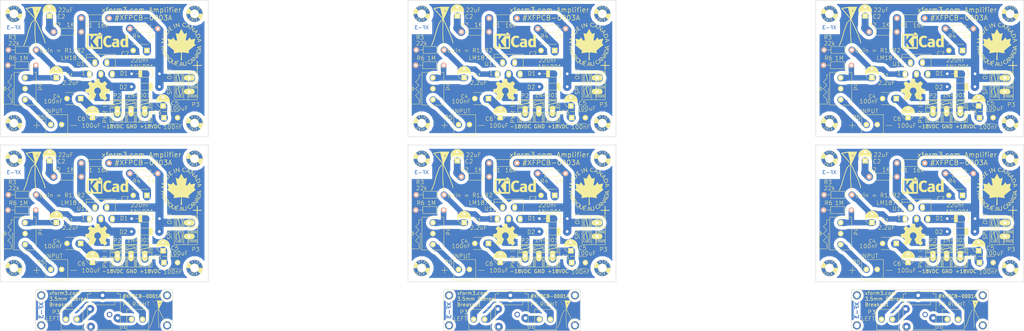
<source format=kicad_pcb>
(kicad_pcb (version 4) (host pcbnew 4.0.7+dfsg1-1~bpo9+1)
  (title_block (title "3.5mm Input Jack") (rev 1.0))
  (layers (0 F.Cu signal) (31 B.Cu signal) (34 B.Paste user) (35 F.Paste user) (36 B.SilkS user) (37 F.SilkS user) (38 B.Mask user) (39 F.Mask user) (44 Edge.Cuts user))
  (net 0 "")
  (net 1 GND)
  (net 2 /IN)
  (net 3 "Net-(C1-Pad2)")
  (net 4 "Net-(C2-Pad1)")
  (net 5 /V+)
  (net 6 /V-)
  (net 7 "Net-(C7-Pad1)")
  (net 8 /OUT)
  (net 9 "Net-(R1-Pad2)")
  (net 10 "Net-(C1-Pad1)")
  (net 11 "Net-(J1-Pad2)")
  (net 12 "Net-(J1-Pad3)")
  (net 13 "Net-(J1-Pad5)")
  (net 14 "Net-(J1-Pad6)")
  (module x_components:x_CapDisk9mm (layer F.Cu) (at 357.8 99)
    (fp_text reference C3 (at -2.4 -1.9) (layer F.SilkS) (effects (font (size 1.5 1.5))))
    (fp_text value 100nF (at 3.3 3.4) (layer F.SilkS) (effects (font (size 1.5 1.5))))
    (pad 1 thru_hole rect (at 0 0) (size 2 2) (drill 0.9) (layers *.Cu *.Mask F.SilkS) (net 5 /V+))
    (pad 2 thru_hole circle (at 5 0) (size 2 2) (drill 0.9) (layers *.Cu *.Mask F.SilkS) (net 1 GND))
  )
  (module x_components:x_CapDisk9mm (layer F.Cu) (at 351.6 74.4 180)
    (fp_text reference C7 (at 8 -1.2 180) (layer F.SilkS) (effects (font (size 1.5 1.5))))
    (fp_text value 220nF (at 2.5 -3.6 180) (layer F.SilkS) (effects (font (size 1.5 1.5))))
    (pad 1 thru_hole rect (at 0 0 180) (size 2 2) (drill 0.9) (layers *.Cu *.Mask F.SilkS) (net 7 "Net-(C7-Pad1)"))
    (pad 2 thru_hole circle (at 5 0 180) (size 2 2) (drill 0.9) (layers *.Cu *.Mask F.SilkS) (net 1 GND))
  )
  (module x_components:x_CapDisk9mm (layer F.Cu) (at 327.4 92 180)
    (fp_text reference C4 (at 8.8 0.8 360) (layer F.SilkS) (effects (font (size 1.3 1.3))))
    (fp_text value 100nF (at 10 -1 180) (layer F.SilkS) (effects (font (size 1.5 1.5))))
    (pad 1 thru_hole rect (at 0 0 180) (size 2 2) (drill 0.9) (layers *.Cu *.Mask F.SilkS) (net 6 /V-))
    (pad 2 thru_hole circle (at 5 0 180) (size 2 2) (drill 0.9) (layers *.Cu *.Mask F.SilkS) (net 1 GND))
  )
  (module x_components:x_PhoenixX2mini (layer F.Cu) (at 316.2 102.4)
    (fp_text reference P5 (at -3.35 -3.5) (layer F.SilkS) (effects (font (size 1.5 1.5))))
    (fp_text value INPUT (at 1.4 -5.8) (layer F.SilkS) (effects (font (size 1.5 1.5))))
    (pad 1 thru_hole oval (at 0.25 -0.9) (size 2 2) (drill 0.9) (layers *.Cu F.SilkS B.Mask) (net 2 /IN))
    (pad 2 thru_hole oval (at 4.25 -0.9) (size 2 2) (drill 0.9) (layers *.Cu F.SilkS B.Mask) (net 1 GND))
  )
  (module Symbols:KiCad-Logo_6mm_SilkScreen (layer F.Cu) (at 337.2 70.8)
    (fp_text reference REF*** hide)
    (fp_text value KiCad-Logo_6mm_SilkScreen hide)
  )
  (module Symbols:OSHW-Symbol_8.9x8mm_SilkScreen (layer F.Cu) (at 333.56 88.766)
    (fp_text reference REF*** hide)
    (fp_text value OSHW-Symbol_8.9x8mm_SilkScreen hide)
  )
  (module xlib:x_gx_madeincanada (layer F.Cu) (at 364.2 72.2)
    (fp_text reference svg2mod hide)
    (fp_text value G*** hide)
  )
  (module xlib:x_POT_CONN (layer F.Cu) (at 307.1 88.4 270)
    (fp_text reference P4 (at -0.8 -5.7 270) (layer F.SilkS) (effects (font (size 1.5 1.5))))
    (fp_text value CONN_01X03)
    (pad 1 thru_hole oval (at -4 0 270) (size 2 2) (drill 0.9) (layers *.Cu F.SilkS B.Mask) (net 10 "Net-(C1-Pad1)"))
    (pad 2 thru_hole oval (at 0 0 270) (size 2 2) (drill 0.9) (layers *.Cu F.SilkS B.Mask) (net 1 GND))
    (pad 3 thru_hole oval (at 4 0 270) (size 2 2) (drill 0.9) (layers *.Cu F.SilkS B.Mask) (net 2 /IN))
  )
  (module xlib:x_Phoenix_X2 (layer F.Cu) (at 367.1 89.425 90)
    (fp_text reference P3 (at -4.775 2.3 180) (layer F.SilkS) (effects (font (size 1.5 1.5))))
    (fp_text value CONN_01X02 hide)
    (pad 1 thru_hole oval (at 0 0 90) (size 1.9812 3.9624) (drill 1) (layers *.Cu *.Mask F.SilkS) (net 1 GND))
    (pad 2 thru_hole oval (at 5 0 90) (size 1.9812 3.9624) (drill 1) (layers *.Cu *.Mask F.SilkS) (net 8 /OUT))
  )
  (module xlib:x_Phoenix_X3 (layer F.Cu) (at 340.8 97.6)
    (fp_text reference P2 (at -0.05 -6.6) (layer F.SilkS) (effects (font (size 1.5 1.5))))
    (fp_text value CONN_01X03 hide)
    (pad 3 thru_hole oval (at 0 -1) (size 1.9812 3.9624) (drill 1) (layers *.Cu *.Mask F.SilkS) (net 6 /V-))
    (pad 2 thru_hole oval (at 5 -1) (size 1.9812 3.9624) (drill 1) (layers *.Cu *.Mask F.SilkS) (net 1 GND))
    (pad 1 thru_hole oval (at 10 -1) (size 1.9812 3.9624) (drill 1) (layers *.Cu *.Mask F.SilkS) (net 5 /V+))
  )
  (module xlib:x_Cap_Radial_7mm (layer F.Cu) (at 316 61 90)
    (fp_text reference C2 (at -1 4.3 180) (layer F.SilkS) (effects (font (size 1.5 1.5))))
    (fp_text value 22uF (at 1.4 5.9 180) (layer F.SilkS) (effects (font (size 1.5 1.5))))
    (pad 2 thru_hole circle (at 2.44 0.01 90) (size 2 2) (drill 0.8) (layers *.Cu *.Mask F.SilkS) (net 1 GND))
    (pad 1 thru_hole rect (at -0.76 0.01 90) (size 2 2) (drill 0.8) (layers *.Cu *.Mask F.SilkS) (net 4 "Net-(C2-Pad1)"))
  )
  (module xlib:x_Cap_Radial_7mm (layer F.Cu) (at 318.5 83.6 90)
    (fp_text reference C1 (at 0 4.9 180) (layer F.SilkS) (effects (font (size 1.5 1.5))))
    (fp_text value 2.2uF (at -2.6 5.3 180) (layer F.SilkS) (effects (font (size 1.5 1.5))))
    (pad 2 thru_hole circle (at 2.44 0.01 90) (size 2 2) (drill 0.8) (layers *.Cu *.Mask F.SilkS) (net 3 "Net-(C1-Pad2)"))
    (pad 1 thru_hole rect (at -0.76 0.01 90) (size 2 2) (drill 0.8) (layers *.Cu *.Mask F.SilkS) (net 10 "Net-(C1-Pad1)"))
  )
  (module xlib:x_Cap_Radial_7mm (layer F.Cu) (at 331.7 98.2 90)
    (fp_text reference C6 (at -1.2 -4 180) (layer F.SilkS) (effects (font (size 1.5 1.5))))
    (fp_text value 100uF (at -3.675 -0.475 180) (layer F.SilkS) (effects (font (size 1.5 1.5))))
    (pad 2 thru_hole circle (at 2.44 0.01 90) (size 2 2) (drill 0.8) (layers *.Cu *.Mask F.SilkS) (net 6 /V-))
    (pad 1 thru_hole rect (at -0.76 0.01 90) (size 2 2) (drill 0.8) (layers *.Cu *.Mask F.SilkS) (net 1 GND))
  )
  (module xlib:x_Cap_Radial_7mm (layer F.Cu) (at 357.49 93.94 90)
    (fp_text reference C5 (at 0.24 4.31 180) (layer F.SilkS) (effects (font (size 1.5 1.5))))
    (fp_text value 100uF (at -1.66 5.71 180) (layer F.SilkS) (effects (font (size 1.5 1.5))))
    (pad 2 thru_hole circle (at 2.44 0.01 90) (size 2 2) (drill 0.8) (layers *.Cu *.Mask F.SilkS) (net 1 GND))
    (pad 1 thru_hole rect (at -0.76 0.01 90) (size 2 2) (drill 0.8) (layers *.Cu *.Mask F.SilkS) (net 5 /V+))
  )
  (module xlib:x_holeround (layer F.Cu) (at 303 61)
    (fp_text reference P8 hide)
    (fp_text value xhole hide)
    (fp_text user 3 (at -0.9 -2.2) (layer F.SilkS) (effects (font (size 0.5 0.5) (thickness 0.1))))
    (fp_text user F (at 0.8 2.2) (layer F.SilkS) (effects (font (size 0.7 0.7))))
    (fp_text user x (at -0.8 2) (layer F.SilkS))
    (fp_text user 3 (at 0.9 -2.2) (layer F.SilkS) (effects (font (size 0.5 0.5) (thickness 0.1))))
    (pad "" thru_hole circle (at 0 0) (size 6 6) (drill 3) (layers *.Cu B.Mask))
  )
  (module xlib:x_holeround (layer F.Cu) (at 369 61)
    (fp_text reference P7 hide)
    (fp_text value xhole hide)
    (fp_text user 3 (at -0.9 -2.2) (layer F.SilkS) (effects (font (size 0.5 0.5) (thickness 0.1))))
    (fp_text user F (at 0.8 2.2) (layer F.SilkS) (effects (font (size 0.7 0.7))))
    (fp_text user x (at -0.8 2) (layer F.SilkS))
    (fp_text user 3 (at 0.9 -2.2) (layer F.SilkS) (effects (font (size 0.5 0.5) (thickness 0.1))))
    (pad "" thru_hole circle (at 0 0) (size 6 6) (drill 3) (layers *.Cu B.Mask))
  )
  (module xlib:x_holeround (layer F.Cu) (at 369 101)
    (fp_text reference P6 hide)
    (fp_text value xhole hide)
    (fp_text user 3 (at -0.9 -2.2) (layer F.SilkS) (effects (font (size 0.5 0.5) (thickness 0.1))))
    (fp_text user F (at 0.8 2.2) (layer F.SilkS) (effects (font (size 0.7 0.7))))
    (fp_text user x (at -0.8 2) (layer F.SilkS))
    (fp_text user 3 (at 0.9 -2.2) (layer F.SilkS) (effects (font (size 0.5 0.5) (thickness 0.1))))
    (pad "" thru_hole circle (at 0 0) (size 6 6) (drill 3) (layers *.Cu B.Mask))
  )
  (module xlib:x_holeround (layer F.Cu) (at 303 101)
    (fp_text reference P1 hide)
    (fp_text value xhole hide)
    (fp_text user 3 (at -0.9 -2.2) (layer F.SilkS) (effects (font (size 0.5 0.5) (thickness 0.1))))
    (fp_text user F (at 0.8 2.2) (layer F.SilkS) (effects (font (size 0.7 0.7))))
    (fp_text user x (at -0.8 2) (layer F.SilkS))
    (fp_text user 3 (at 0.9 -2.2) (layer F.SilkS) (effects (font (size 0.5 0.5) (thickness 0.1))))
    (pad "" thru_hole circle (at 0 0) (size 6 6) (drill 3) (layers *.Cu B.Mask))
  )
  (module xlib:x_Resistor_Horizontal_RM10mm (layer F.Cu) (at 327.66 67.6 180)
    (fp_text reference R2 (at 8.96 2.5 180) (layer F.SilkS) (effects (font (size 1.5 1.5))))
    (fp_text value 1K (at 3.96 2.6 180) (layer F.SilkS) (effects (font (size 1.5 1.5))))
    (pad 1 thru_hole circle (at 0 0 180) (size 2 2) (drill 1) (layers *.Cu *.SilkS *.Mask) (net 9 "Net-(R1-Pad2)"))
    (pad 2 thru_hole circle (at 10.16 0 180) (size 2 2) (drill 1) (layers *.Cu *.SilkS *.Mask) (net 4 "Net-(C2-Pad1)"))
  )
  (module xlib:x_Resistor_Horizontal_RM10mm (layer F.Cu) (at 337.8 62.6 180)
    (fp_text reference R1 (at 7.5 -2.6 180) (layer F.SilkS) (effects (font (size 1.5 1.5))))
    (fp_text value 16k (at 2.3 -2.6 180) (layer F.SilkS) (effects (font (size 1.5 1.5))))
    (pad 1 thru_hole circle (at 0 0 180) (size 2 2) (drill 1) (layers *.Cu *.SilkS *.Mask) (net 8 /OUT))
    (pad 2 thru_hole circle (at 10.16 0 180) (size 2 2) (drill 1) (layers *.Cu *.SilkS *.Mask) (net 9 "Net-(R1-Pad2)"))
  )
  (module xlib:x_Resistor_Horizontal_RM10mm (layer F.Cu) (at 301 74.2)
    (fp_text reference R3 (at 1.4 -4.6) (layer F.SilkS) (effects (font (size 1.5 1.5))))
    (fp_text value 22k (at 2 -2.4) (layer F.SilkS) (effects (font (size 1.5 1.5))))
    (pad 1 thru_hole circle (at 0 0) (size 2 2) (drill 1) (layers *.Cu *.SilkS *.Mask) (net 1 GND))
    (pad 2 thru_hole circle (at 10.16 0) (size 2 2) (drill 1) (layers *.Cu *.SilkS *.Mask) (net 3 "Net-(C1-Pad2)"))
  )
  (module xlib:x_Resistor_Horizontal_RM10mm (layer F.Cu) (at 355.56 66.4 180)
    (fp_text reference R4 (at 7.76 -2.8 180) (layer F.SilkS) (effects (font (size 1.5 1.5))))
    (fp_text value 1R (at 2.36 -2.8 180) (layer F.SilkS) (effects (font (size 1.5 1.5))))
    (pad 1 thru_hole circle (at 0 0 180) (size 2 2) (drill 1) (layers *.Cu *.SilkS *.Mask) (net 8 /OUT))
    (pad 2 thru_hole circle (at 10.16 0 180) (size 2 2) (drill 1) (layers *.Cu *.SilkS *.Mask) (net 7 "Net-(C7-Pad1)"))
  )
  (module xlib:x_Resistor_Horizontal_RM10mm (layer F.Cu) (at 300.84 79.8)
    (fp_text reference R6 (at 1.76 -2.6) (layer F.SilkS) (effects (font (size 1.5 1.5))))
    (fp_text value 1M (at 5.76 -2.6) (layer F.SilkS) (effects (font (size 1.5 1.5))))
    (pad 1 thru_hole circle (at 0 0) (size 2 2) (drill 1) (layers *.Cu *.SilkS *.Mask) (net 1 GND))
    (pad 2 thru_hole circle (at 10.16 0) (size 2 2) (drill 1) (layers *.Cu *.SilkS *.Mask) (net 10 "Net-(C1-Pad1)"))
  )
  (module xlib:x_diode (layer F.Cu) (at 356.15 87.65 180)
    (fp_text reference D2 (at 13.15 -0.15 360) (layer F.SilkS) (effects (font (size 1.5 1.5))))
    (fp_text value 1N4001 (at 7.55 -3.15 180) (layer F.SilkS) (effects (font (size 1.5 1.5))))
    (pad 2 thru_hole circle (at 10.16 -0.00254) (size 2 2) (drill 1) (layers *.Cu *.Mask) (net 6 /V-))
    (pad 1 thru_hole rect (at 0 -0.00254) (size 2 1.99898) (drill 1) (layers *.Cu *.Mask) (net 8 /OUT))
  )
  (module xlib:x_diode (layer F.Cu) (at 346.025 82.92654)
    (fp_text reference D1 (at -2.825 -0.12654 180) (layer F.SilkS) (effects (font (size 1.5 1.5))))
    (fp_text value 1N4001 (at 3.75 -2.57) (layer F.SilkS) (effects (font (size 1.5 1.5))))
    (pad 2 thru_hole circle (at 10.16 -0.00254 180) (size 2 2) (drill 1) (layers *.Cu *.Mask) (net 8 /OUT))
    (pad 1 thru_hole rect (at 0 -0.00254 180) (size 2 1.99898) (drill 1) (layers *.Cu *.Mask) (net 5 /V+))
  )
  (module xlib:x_TDA (layer F.Cu) (at 334.775 78.85)
    (fp_text reference U1 (at -7.335 0.4) (layer F.SilkS) (effects (font (size 1.5 1.5))))
    (fp_text value LM1875 (at -10.265 -1.74) (layer F.SilkS) (effects (font (size 1.5 1.5))))
    (fp_text user 1 (at -6.35 3.81) (layer F.SilkS) (effects (font (size 1.5 1.5))))
    (pad 3 thru_hole oval (at 0 4.2 90) (size 2.49936 1.80086) (drill 1.2) (layers *.Cu *.Mask F.SilkS) (net 6 /V-))
    (pad 1 thru_hole oval (at -4.2 4.2 90) (size 2.49936 1.80086) (drill 1.2) (layers *.Cu *.Mask F.SilkS) (net 3 "Net-(C1-Pad2)"))
    (pad 5 thru_hole oval (at 4.2 4.2 90) (size 2.49936 1.80086) (drill 1.2) (layers *.Cu *.Mask F.SilkS) (net 5 /V+))
    (pad 4 thru_hole oval (at 2.2 0 90) (size 2.49936 1.80086) (drill 1.2) (layers *.Cu *.Mask F.SilkS) (net 8 /OUT))
    (pad 2 thru_hole oval (at -2.2 0 90) (size 2.49936 1.80086) (drill 1.2) (layers *.Cu *.Mask F.SilkS) (net 9 "Net-(R1-Pad2)"))
  )
  (module xlib:x_gx_xform_8x14_Silk (layer F.Cu) (at 309.6 65.4)
    (fp_text reference svg2mod hide)
    (fp_text value G*** hide)
  )
  (module xlib:x_gx_xform_8x14_Silk (layer F.Cu) (at 309.6 12.4)
    (fp_text reference svg2mod hide)
    (fp_text value G*** hide)
  )
  (module xlib:x_TDA (layer F.Cu) (at 334.775 25.85)
    (fp_text reference U1 (at -7.335 0.4) (layer F.SilkS) (effects (font (size 1.5 1.5))))
    (fp_text value LM1875 (at -10.265 -1.74) (layer F.SilkS) (effects (font (size 1.5 1.5))))
    (fp_text user 1 (at -6.35 3.81) (layer F.SilkS) (effects (font (size 1.5 1.5))))
    (pad 3 thru_hole oval (at 0 4.2 90) (size 2.49936 1.80086) (drill 1.2) (layers *.Cu *.Mask F.SilkS) (net 6 /V-))
    (pad 1 thru_hole oval (at -4.2 4.2 90) (size 2.49936 1.80086) (drill 1.2) (layers *.Cu *.Mask F.SilkS) (net 3 "Net-(C1-Pad2)"))
    (pad 5 thru_hole oval (at 4.2 4.2 90) (size 2.49936 1.80086) (drill 1.2) (layers *.Cu *.Mask F.SilkS) (net 5 /V+))
    (pad 4 thru_hole oval (at 2.2 0 90) (size 2.49936 1.80086) (drill 1.2) (layers *.Cu *.Mask F.SilkS) (net 8 /OUT))
    (pad 2 thru_hole oval (at -2.2 0 90) (size 2.49936 1.80086) (drill 1.2) (layers *.Cu *.Mask F.SilkS) (net 9 "Net-(R1-Pad2)"))
  )
  (module xlib:x_diode (layer F.Cu) (at 346.025 29.92654)
    (fp_text reference D1 (at -2.825 -0.12654 180) (layer F.SilkS) (effects (font (size 1.5 1.5))))
    (fp_text value 1N4001 (at 3.75 -2.57) (layer F.SilkS) (effects (font (size 1.5 1.5))))
    (pad 2 thru_hole circle (at 10.16 -0.00254 180) (size 2 2) (drill 1) (layers *.Cu *.Mask) (net 8 /OUT))
    (pad 1 thru_hole rect (at 0 -0.00254 180) (size 2 1.99898) (drill 1) (layers *.Cu *.Mask) (net 5 /V+))
  )
  (module xlib:x_diode (layer F.Cu) (at 356.15 34.65 180)
    (fp_text reference D2 (at 13.15 -0.15 360) (layer F.SilkS) (effects (font (size 1.5 1.5))))
    (fp_text value 1N4001 (at 7.55 -3.15 180) (layer F.SilkS) (effects (font (size 1.5 1.5))))
    (pad 2 thru_hole circle (at 10.16 -0.00254) (size 2 2) (drill 1) (layers *.Cu *.Mask) (net 6 /V-))
    (pad 1 thru_hole rect (at 0 -0.00254) (size 2 1.99898) (drill 1) (layers *.Cu *.Mask) (net 8 /OUT))
  )
  (module xlib:x_Resistor_Horizontal_RM10mm (layer F.Cu) (at 300.84 26.8)
    (fp_text reference R6 (at 1.76 -2.6) (layer F.SilkS) (effects (font (size 1.5 1.5))))
    (fp_text value 1M (at 5.76 -2.6) (layer F.SilkS) (effects (font (size 1.5 1.5))))
    (pad 1 thru_hole circle (at 0 0) (size 2 2) (drill 1) (layers *.Cu *.SilkS *.Mask) (net 1 GND))
    (pad 2 thru_hole circle (at 10.16 0) (size 2 2) (drill 1) (layers *.Cu *.SilkS *.Mask) (net 10 "Net-(C1-Pad1)"))
  )
  (module xlib:x_Resistor_Horizontal_RM10mm (layer F.Cu) (at 355.56 13.4 180)
    (fp_text reference R4 (at 7.76 -2.8 180) (layer F.SilkS) (effects (font (size 1.5 1.5))))
    (fp_text value 1R (at 2.36 -2.8 180) (layer F.SilkS) (effects (font (size 1.5 1.5))))
    (pad 1 thru_hole circle (at 0 0 180) (size 2 2) (drill 1) (layers *.Cu *.SilkS *.Mask) (net 8 /OUT))
    (pad 2 thru_hole circle (at 10.16 0 180) (size 2 2) (drill 1) (layers *.Cu *.SilkS *.Mask) (net 7 "Net-(C7-Pad1)"))
  )
  (module xlib:x_Resistor_Horizontal_RM10mm (layer F.Cu) (at 301 21.2)
    (fp_text reference R3 (at 1.4 -4.6) (layer F.SilkS) (effects (font (size 1.5 1.5))))
    (fp_text value 22k (at 2 -2.4) (layer F.SilkS) (effects (font (size 1.5 1.5))))
    (pad 1 thru_hole circle (at 0 0) (size 2 2) (drill 1) (layers *.Cu *.SilkS *.Mask) (net 1 GND))
    (pad 2 thru_hole circle (at 10.16 0) (size 2 2) (drill 1) (layers *.Cu *.SilkS *.Mask) (net 3 "Net-(C1-Pad2)"))
  )
  (module xlib:x_Resistor_Horizontal_RM10mm (layer F.Cu) (at 337.8 9.6 180)
    (fp_text reference R1 (at 7.5 -2.6 180) (layer F.SilkS) (effects (font (size 1.5 1.5))))
    (fp_text value 16k (at 2.3 -2.6 180) (layer F.SilkS) (effects (font (size 1.5 1.5))))
    (pad 1 thru_hole circle (at 0 0 180) (size 2 2) (drill 1) (layers *.Cu *.SilkS *.Mask) (net 8 /OUT))
    (pad 2 thru_hole circle (at 10.16 0 180) (size 2 2) (drill 1) (layers *.Cu *.SilkS *.Mask) (net 9 "Net-(R1-Pad2)"))
  )
  (module xlib:x_Resistor_Horizontal_RM10mm (layer F.Cu) (at 327.66 14.6 180)
    (fp_text reference R2 (at 8.96 2.5 180) (layer F.SilkS) (effects (font (size 1.5 1.5))))
    (fp_text value 1K (at 3.96 2.6 180) (layer F.SilkS) (effects (font (size 1.5 1.5))))
    (pad 1 thru_hole circle (at 0 0 180) (size 2 2) (drill 1) (layers *.Cu *.SilkS *.Mask) (net 9 "Net-(R1-Pad2)"))
    (pad 2 thru_hole circle (at 10.16 0 180) (size 2 2) (drill 1) (layers *.Cu *.SilkS *.Mask) (net 4 "Net-(C2-Pad1)"))
  )
  (module xlib:x_holeround (layer F.Cu) (at 303 48)
    (fp_text reference P1 hide)
    (fp_text value xhole hide)
    (fp_text user 3 (at -0.9 -2.2) (layer F.SilkS) (effects (font (size 0.5 0.5) (thickness 0.1))))
    (fp_text user F (at 0.8 2.2) (layer F.SilkS) (effects (font (size 0.7 0.7))))
    (fp_text user x (at -0.8 2) (layer F.SilkS))
    (fp_text user 3 (at 0.9 -2.2) (layer F.SilkS) (effects (font (size 0.5 0.5) (thickness 0.1))))
    (pad "" thru_hole circle (at 0 0) (size 6 6) (drill 3) (layers *.Cu B.Mask))
  )
  (module xlib:x_holeround (layer F.Cu) (at 369 48)
    (fp_text reference P6 hide)
    (fp_text value xhole hide)
    (fp_text user 3 (at -0.9 -2.2) (layer F.SilkS) (effects (font (size 0.5 0.5) (thickness 0.1))))
    (fp_text user F (at 0.8 2.2) (layer F.SilkS) (effects (font (size 0.7 0.7))))
    (fp_text user x (at -0.8 2) (layer F.SilkS))
    (fp_text user 3 (at 0.9 -2.2) (layer F.SilkS) (effects (font (size 0.5 0.5) (thickness 0.1))))
    (pad "" thru_hole circle (at 0 0) (size 6 6) (drill 3) (layers *.Cu B.Mask))
  )
  (module xlib:x_holeround (layer F.Cu) (at 369 8)
    (fp_text reference P7 hide)
    (fp_text value xhole hide)
    (fp_text user 3 (at -0.9 -2.2) (layer F.SilkS) (effects (font (size 0.5 0.5) (thickness 0.1))))
    (fp_text user F (at 0.8 2.2) (layer F.SilkS) (effects (font (size 0.7 0.7))))
    (fp_text user x (at -0.8 2) (layer F.SilkS))
    (fp_text user 3 (at 0.9 -2.2) (layer F.SilkS) (effects (font (size 0.5 0.5) (thickness 0.1))))
    (pad "" thru_hole circle (at 0 0) (size 6 6) (drill 3) (layers *.Cu B.Mask))
  )
  (module xlib:x_holeround (layer F.Cu) (at 303 8)
    (fp_text reference P8 hide)
    (fp_text value xhole hide)
    (fp_text user 3 (at -0.9 -2.2) (layer F.SilkS) (effects (font (size 0.5 0.5) (thickness 0.1))))
    (fp_text user F (at 0.8 2.2) (layer F.SilkS) (effects (font (size 0.7 0.7))))
    (fp_text user x (at -0.8 2) (layer F.SilkS))
    (fp_text user 3 (at 0.9 -2.2) (layer F.SilkS) (effects (font (size 0.5 0.5) (thickness 0.1))))
    (pad "" thru_hole circle (at 0 0) (size 6 6) (drill 3) (layers *.Cu B.Mask))
  )
  (module xlib:x_Cap_Radial_7mm (layer F.Cu) (at 357.49 40.94 90)
    (fp_text reference C5 (at 0.24 4.31 180) (layer F.SilkS) (effects (font (size 1.5 1.5))))
    (fp_text value 100uF (at -1.66 5.71 180) (layer F.SilkS) (effects (font (size 1.5 1.5))))
    (pad 2 thru_hole circle (at 2.44 0.01 90) (size 2 2) (drill 0.8) (layers *.Cu *.Mask F.SilkS) (net 1 GND))
    (pad 1 thru_hole rect (at -0.76 0.01 90) (size 2 2) (drill 0.8) (layers *.Cu *.Mask F.SilkS) (net 5 /V+))
  )
  (module xlib:x_Cap_Radial_7mm (layer F.Cu) (at 331.7 45.2 90)
    (fp_text reference C6 (at -1.2 -4 180) (layer F.SilkS) (effects (font (size 1.5 1.5))))
    (fp_text value 100uF (at -3.675 -0.475 180) (layer F.SilkS) (effects (font (size 1.5 1.5))))
    (pad 2 thru_hole circle (at 2.44 0.01 90) (size 2 2) (drill 0.8) (layers *.Cu *.Mask F.SilkS) (net 6 /V-))
    (pad 1 thru_hole rect (at -0.76 0.01 90) (size 2 2) (drill 0.8) (layers *.Cu *.Mask F.SilkS) (net 1 GND))
  )
  (module xlib:x_Cap_Radial_7mm (layer F.Cu) (at 318.5 30.6 90)
    (fp_text reference C1 (at 0 4.9 180) (layer F.SilkS) (effects (font (size 1.5 1.5))))
    (fp_text value 2.2uF (at -2.6 5.3 180) (layer F.SilkS) (effects (font (size 1.5 1.5))))
    (pad 2 thru_hole circle (at 2.44 0.01 90) (size 2 2) (drill 0.8) (layers *.Cu *.Mask F.SilkS) (net 3 "Net-(C1-Pad2)"))
    (pad 1 thru_hole rect (at -0.76 0.01 90) (size 2 2) (drill 0.8) (layers *.Cu *.Mask F.SilkS) (net 10 "Net-(C1-Pad1)"))
  )
  (module xlib:x_Cap_Radial_7mm (layer F.Cu) (at 316 8 90)
    (fp_text reference C2 (at -1 4.3 180) (layer F.SilkS) (effects (font (size 1.5 1.5))))
    (fp_text value 22uF (at 1.4 5.9 180) (layer F.SilkS) (effects (font (size 1.5 1.5))))
    (pad 2 thru_hole circle (at 2.44 0.01 90) (size 2 2) (drill 0.8) (layers *.Cu *.Mask F.SilkS) (net 1 GND))
    (pad 1 thru_hole rect (at -0.76 0.01 90) (size 2 2) (drill 0.8) (layers *.Cu *.Mask F.SilkS) (net 4 "Net-(C2-Pad1)"))
  )
  (module xlib:x_Phoenix_X3 (layer F.Cu) (at 340.8 44.6)
    (fp_text reference P2 (at -0.05 -6.6) (layer F.SilkS) (effects (font (size 1.5 1.5))))
    (fp_text value CONN_01X03 hide)
    (pad 3 thru_hole oval (at 0 -1) (size 1.9812 3.9624) (drill 1) (layers *.Cu *.Mask F.SilkS) (net 6 /V-))
    (pad 2 thru_hole oval (at 5 -1) (size 1.9812 3.9624) (drill 1) (layers *.Cu *.Mask F.SilkS) (net 1 GND))
    (pad 1 thru_hole oval (at 10 -1) (size 1.9812 3.9624) (drill 1) (layers *.Cu *.Mask F.SilkS) (net 5 /V+))
  )
  (module xlib:x_Phoenix_X2 (layer F.Cu) (at 367.1 36.425 90)
    (fp_text reference P3 (at -4.775 2.3 180) (layer F.SilkS) (effects (font (size 1.5 1.5))))
    (fp_text value CONN_01X02 hide)
    (pad 1 thru_hole oval (at 0 0 90) (size 1.9812 3.9624) (drill 1) (layers *.Cu *.Mask F.SilkS) (net 1 GND))
    (pad 2 thru_hole oval (at 5 0 90) (size 1.9812 3.9624) (drill 1) (layers *.Cu *.Mask F.SilkS) (net 8 /OUT))
  )
  (module xlib:x_POT_CONN (layer F.Cu) (at 307.1 35.4 270)
    (fp_text reference P4 (at -0.8 -5.7 270) (layer F.SilkS) (effects (font (size 1.5 1.5))))
    (fp_text value CONN_01X03)
    (pad 1 thru_hole oval (at -4 0 270) (size 2 2) (drill 0.9) (layers *.Cu F.SilkS B.Mask) (net 10 "Net-(C1-Pad1)"))
    (pad 2 thru_hole oval (at 0 0 270) (size 2 2) (drill 0.9) (layers *.Cu F.SilkS B.Mask) (net 1 GND))
    (pad 3 thru_hole oval (at 4 0 270) (size 2 2) (drill 0.9) (layers *.Cu F.SilkS B.Mask) (net 2 /IN))
  )
  (module xlib:x_gx_madeincanada (layer F.Cu) (at 364.2 19.2)
    (fp_text reference svg2mod hide)
    (fp_text value G*** hide)
  )
  (module Symbols:OSHW-Symbol_8.9x8mm_SilkScreen (layer F.Cu) (at 333.56 35.766)
    (fp_text reference REF*** hide)
    (fp_text value OSHW-Symbol_8.9x8mm_SilkScreen hide)
  )
  (module Symbols:KiCad-Logo_6mm_SilkScreen (layer F.Cu) (at 337.2 17.8)
    (fp_text reference REF*** hide)
    (fp_text value KiCad-Logo_6mm_SilkScreen hide)
  )
  (module x_components:x_PhoenixX2mini (layer F.Cu) (at 316.2 49.4)
    (fp_text reference P5 (at -3.35 -3.5) (layer F.SilkS) (effects (font (size 1.5 1.5))))
    (fp_text value INPUT (at 1.4 -5.8) (layer F.SilkS) (effects (font (size 1.5 1.5))))
    (pad 1 thru_hole oval (at 0.25 -0.9) (size 2 2) (drill 0.9) (layers *.Cu F.SilkS B.Mask) (net 2 /IN))
    (pad 2 thru_hole oval (at 4.25 -0.9) (size 2 2) (drill 0.9) (layers *.Cu F.SilkS B.Mask) (net 1 GND))
  )
  (module x_components:x_CapDisk9mm (layer F.Cu) (at 327.4 39 180)
    (fp_text reference C4 (at 8.8 0.8 360) (layer F.SilkS) (effects (font (size 1.3 1.3))))
    (fp_text value 100nF (at 10 -1 180) (layer F.SilkS) (effects (font (size 1.5 1.5))))
    (pad 1 thru_hole rect (at 0 0 180) (size 2 2) (drill 0.9) (layers *.Cu *.Mask F.SilkS) (net 6 /V-))
    (pad 2 thru_hole circle (at 5 0 180) (size 2 2) (drill 0.9) (layers *.Cu *.Mask F.SilkS) (net 1 GND))
  )
  (module x_components:x_CapDisk9mm (layer F.Cu) (at 351.6 21.4 180)
    (fp_text reference C7 (at 8 -1.2 180) (layer F.SilkS) (effects (font (size 1.5 1.5))))
    (fp_text value 220nF (at 2.5 -3.6 180) (layer F.SilkS) (effects (font (size 1.5 1.5))))
    (pad 1 thru_hole rect (at 0 0 180) (size 2 2) (drill 0.9) (layers *.Cu *.Mask F.SilkS) (net 7 "Net-(C7-Pad1)"))
    (pad 2 thru_hole circle (at 5 0 180) (size 2 2) (drill 0.9) (layers *.Cu *.Mask F.SilkS) (net 1 GND))
  )
  (module x_components:x_CapDisk9mm (layer F.Cu) (at 357.8 46)
    (fp_text reference C3 (at -2.4 -1.9) (layer F.SilkS) (effects (font (size 1.5 1.5))))
    (fp_text value 100nF (at 3.3 3.4) (layer F.SilkS) (effects (font (size 1.5 1.5))))
    (pad 1 thru_hole rect (at 0 0) (size 2 2) (drill 0.9) (layers *.Cu *.Mask F.SilkS) (net 5 /V+))
    (pad 2 thru_hole circle (at 5 0) (size 2 2) (drill 0.9) (layers *.Cu *.Mask F.SilkS) (net 1 GND))
  )
  (module xlib:x_holeroundS (layer F.Cu) (at 313 111)
    (fp_text reference P1 hide)
    (fp_text value "Hole 1" hide)
    (pad "" thru_hole circle (at 0 0) (size 3 3) (drill 2) (layers *.Cu B.Mask))
  )
  (module xlib:x_holeroundS (layer F.Cu) (at 313 122)
    (fp_text reference P2 hide)
    (fp_text value "Hole 2" hide)
    (pad "" thru_hole circle (at 0 0) (size 3 3) (drill 2) (layers *.Cu B.Mask))
  )
  (module xlib:x_holeroundS (layer F.Cu) (at 359 111)
    (fp_text reference P5 hide)
    (fp_text value "Hole 3" hide)
    (pad "" thru_hole circle (at 0 0) (size 3 3) (drill 2) (layers *.Cu B.Mask))
  )
  (module xlib:x_holeroundS (layer F.Cu) (at 359 122)
    (fp_text reference P6 hide)
    (fp_text value "Hole 3" hide)
    (pad "" thru_hole circle (at 0 0) (size 3 3) (drill 2) (layers *.Cu B.Mask))
  )
  (module xlib:x_Phoenix_X2mini (layer F.Cu) (at 321.75 120.65)
    (fp_text reference P3 (at -3.35 -3.5) (layer F.SilkS) (effects (font (size 1.5 1.5))))
    (fp_text value LEFT (at -4.65 -1.15) (layer F.SilkS) (effects (font (size 1.5 1.5))))
    (pad 1 thru_hole oval (at 0.25 -0.9) (size 2 2) (drill 0.9) (layers *.Cu F.SilkS B.Mask) (net 1 GND))
    (pad 2 thru_hole oval (at 4.25 -0.9) (size 2 2) (drill 0.9) (layers *.Cu F.SilkS B.Mask) (net 11 "Net-(J1-Pad2)"))
  )
  (module xlib:x_Phoenix_X2miniflipped (layer F.Cu) (at 345.75 120.65)
    (fp_text reference P4 (at -1.55 -6.4) (layer F.SilkS) (effects (font (size 1.5 1.5))))
    (fp_text value RIGHT (at 3.65 -6.4 180) (layer F.SilkS) (effects (font (size 1.5 1.5))))
    (pad 2 thru_hole oval (at 0.25 -0.9) (size 2 2) (drill 0.9) (layers *.Cu *.Mask F.SilkS) (net 12 "Net-(J1-Pad3)"))
    (pad 1 thru_hole oval (at 4.25 -0.9) (size 2 2) (drill 0.9) (layers *.Cu *.Mask F.SilkS) (net 1 GND))
  )
  (module xlib:x_gx_xform_5x8_Silk (layer F.Cu) (at 355.6 117.9)
    (fp_text reference svg2mod hide)
    (fp_text value G*** hide)
  )
  (module x_components:x355_spring (layer F.Cu) (at 335.91 116.51)
    (fp_text reference J1 (at 7.15 6) (layer F.SilkS) (effects (font (size 1.2 1.2))))
    (fp_text value JACK_TRS_5PINS hide)
    (pad 1 thru_hole circle (at -0.5 -5.5 90) (size 3 3) (drill 1.3) (layers *.Cu *.Mask) (net 1 GND))
    (pad 5 thru_hole circle (at -4.8 6) (size 3 3) (drill 1.3) (layers *.Cu *.Mask) (net 13 "Net-(J1-Pad5)"))
    (pad 2 thru_hole circle (at -5.08 -0.5) (size 3 3) (drill 1.3) (layers *.Cu *.Mask) (net 11 "Net-(J1-Pad2)"))
    (pad 3 thru_hole circle (at 5 2.8 90) (size 3 3) (drill 1.3) (layers *.Cu *.Mask) (net 12 "Net-(J1-Pad3)"))
    (pad 6 thru_hole circle (at 2.032 1.524) (size 2 2) (drill 1.3) (layers *.Cu *.Mask) (net 14 "Net-(J1-Pad6)"))
  )
  (module x_components:x355_spring (layer F.Cu) (at 186.91 116.51)
    (fp_text reference J1 (at 7.15 6) (layer F.SilkS) (effects (font (size 1.2 1.2))))
    (fp_text value JACK_TRS_5PINS hide)
    (pad 1 thru_hole circle (at -0.5 -5.5 90) (size 3 3) (drill 1.3) (layers *.Cu *.Mask) (net 1 GND))
    (pad 5 thru_hole circle (at -4.8 6) (size 3 3) (drill 1.3) (layers *.Cu *.Mask) (net 13 "Net-(J1-Pad5)"))
    (pad 2 thru_hole circle (at -5.08 -0.5) (size 3 3) (drill 1.3) (layers *.Cu *.Mask) (net 11 "Net-(J1-Pad2)"))
    (pad 3 thru_hole circle (at 5 2.8 90) (size 3 3) (drill 1.3) (layers *.Cu *.Mask) (net 12 "Net-(J1-Pad3)"))
    (pad 6 thru_hole circle (at 2.032 1.524) (size 2 2) (drill 1.3) (layers *.Cu *.Mask) (net 14 "Net-(J1-Pad6)"))
  )
  (module xlib:x_gx_xform_5x8_Silk (layer F.Cu) (at 206.6 117.9)
    (fp_text reference svg2mod hide)
    (fp_text value G*** hide)
  )
  (module xlib:x_Phoenix_X2miniflipped (layer F.Cu) (at 196.75 120.65)
    (fp_text reference P4 (at -1.55 -6.4) (layer F.SilkS) (effects (font (size 1.5 1.5))))
    (fp_text value RIGHT (at 3.65 -6.4 180) (layer F.SilkS) (effects (font (size 1.5 1.5))))
    (pad 2 thru_hole oval (at 0.25 -0.9) (size 2 2) (drill 0.9) (layers *.Cu *.Mask F.SilkS) (net 12 "Net-(J1-Pad3)"))
    (pad 1 thru_hole oval (at 4.25 -0.9) (size 2 2) (drill 0.9) (layers *.Cu *.Mask F.SilkS) (net 1 GND))
  )
  (module xlib:x_Phoenix_X2mini (layer F.Cu) (at 172.75 120.65)
    (fp_text reference P3 (at -3.35 -3.5) (layer F.SilkS) (effects (font (size 1.5 1.5))))
    (fp_text value LEFT (at -4.65 -1.15) (layer F.SilkS) (effects (font (size 1.5 1.5))))
    (pad 1 thru_hole oval (at 0.25 -0.9) (size 2 2) (drill 0.9) (layers *.Cu F.SilkS B.Mask) (net 1 GND))
    (pad 2 thru_hole oval (at 4.25 -0.9) (size 2 2) (drill 0.9) (layers *.Cu F.SilkS B.Mask) (net 11 "Net-(J1-Pad2)"))
  )
  (module xlib:x_holeroundS (layer F.Cu) (at 210 122)
    (fp_text reference P6 hide)
    (fp_text value "Hole 3" hide)
    (pad "" thru_hole circle (at 0 0) (size 3 3) (drill 2) (layers *.Cu B.Mask))
  )
  (module xlib:x_holeroundS (layer F.Cu) (at 210 111)
    (fp_text reference P5 hide)
    (fp_text value "Hole 3" hide)
    (pad "" thru_hole circle (at 0 0) (size 3 3) (drill 2) (layers *.Cu B.Mask))
  )
  (module xlib:x_holeroundS (layer F.Cu) (at 164 122)
    (fp_text reference P2 hide)
    (fp_text value "Hole 2" hide)
    (pad "" thru_hole circle (at 0 0) (size 3 3) (drill 2) (layers *.Cu B.Mask))
  )
  (module xlib:x_holeroundS (layer F.Cu) (at 164 111)
    (fp_text reference P1 hide)
    (fp_text value "Hole 1" hide)
    (pad "" thru_hole circle (at 0 0) (size 3 3) (drill 2) (layers *.Cu B.Mask))
  )
  (module x_components:x_CapDisk9mm (layer F.Cu) (at 208.8 46)
    (fp_text reference C3 (at -2.4 -1.9) (layer F.SilkS) (effects (font (size 1.5 1.5))))
    (fp_text value 100nF (at 3.3 3.4) (layer F.SilkS) (effects (font (size 1.5 1.5))))
    (pad 1 thru_hole rect (at 0 0) (size 2 2) (drill 0.9) (layers *.Cu *.Mask F.SilkS) (net 5 /V+))
    (pad 2 thru_hole circle (at 5 0) (size 2 2) (drill 0.9) (layers *.Cu *.Mask F.SilkS) (net 1 GND))
  )
  (module x_components:x_CapDisk9mm (layer F.Cu) (at 202.6 21.4 180)
    (fp_text reference C7 (at 8 -1.2 180) (layer F.SilkS) (effects (font (size 1.5 1.5))))
    (fp_text value 220nF (at 2.5 -3.6 180) (layer F.SilkS) (effects (font (size 1.5 1.5))))
    (pad 1 thru_hole rect (at 0 0 180) (size 2 2) (drill 0.9) (layers *.Cu *.Mask F.SilkS) (net 7 "Net-(C7-Pad1)"))
    (pad 2 thru_hole circle (at 5 0 180) (size 2 2) (drill 0.9) (layers *.Cu *.Mask F.SilkS) (net 1 GND))
  )
  (module x_components:x_CapDisk9mm (layer F.Cu) (at 178.4 39 180)
    (fp_text reference C4 (at 8.8 0.8 360) (layer F.SilkS) (effects (font (size 1.3 1.3))))
    (fp_text value 100nF (at 10 -1 180) (layer F.SilkS) (effects (font (size 1.5 1.5))))
    (pad 1 thru_hole rect (at 0 0 180) (size 2 2) (drill 0.9) (layers *.Cu *.Mask F.SilkS) (net 6 /V-))
    (pad 2 thru_hole circle (at 5 0 180) (size 2 2) (drill 0.9) (layers *.Cu *.Mask F.SilkS) (net 1 GND))
  )
  (module x_components:x_PhoenixX2mini (layer F.Cu) (at 167.2 49.4)
    (fp_text reference P5 (at -3.35 -3.5) (layer F.SilkS) (effects (font (size 1.5 1.5))))
    (fp_text value INPUT (at 1.4 -5.8) (layer F.SilkS) (effects (font (size 1.5 1.5))))
    (pad 1 thru_hole oval (at 0.25 -0.9) (size 2 2) (drill 0.9) (layers *.Cu F.SilkS B.Mask) (net 2 /IN))
    (pad 2 thru_hole oval (at 4.25 -0.9) (size 2 2) (drill 0.9) (layers *.Cu F.SilkS B.Mask) (net 1 GND))
  )
  (module Symbols:KiCad-Logo_6mm_SilkScreen (layer F.Cu) (at 188.2 17.8)
    (fp_text reference REF*** hide)
    (fp_text value KiCad-Logo_6mm_SilkScreen hide)
  )
  (module Symbols:OSHW-Symbol_8.9x8mm_SilkScreen (layer F.Cu) (at 184.56 35.766)
    (fp_text reference REF*** hide)
    (fp_text value OSHW-Symbol_8.9x8mm_SilkScreen hide)
  )
  (module xlib:x_gx_madeincanada (layer F.Cu) (at 215.2 19.2)
    (fp_text reference svg2mod hide)
    (fp_text value G*** hide)
  )
  (module xlib:x_POT_CONN (layer F.Cu) (at 158.1 35.4 270)
    (fp_text reference P4 (at -0.8 -5.7 270) (layer F.SilkS) (effects (font (size 1.5 1.5))))
    (fp_text value CONN_01X03)
    (pad 1 thru_hole oval (at -4 0 270) (size 2 2) (drill 0.9) (layers *.Cu F.SilkS B.Mask) (net 10 "Net-(C1-Pad1)"))
    (pad 2 thru_hole oval (at 0 0 270) (size 2 2) (drill 0.9) (layers *.Cu F.SilkS B.Mask) (net 1 GND))
    (pad 3 thru_hole oval (at 4 0 270) (size 2 2) (drill 0.9) (layers *.Cu F.SilkS B.Mask) (net 2 /IN))
  )
  (module xlib:x_Phoenix_X2 (layer F.Cu) (at 218.1 36.425 90)
    (fp_text reference P3 (at -4.775 2.3 180) (layer F.SilkS) (effects (font (size 1.5 1.5))))
    (fp_text value CONN_01X02 hide)
    (pad 1 thru_hole oval (at 0 0 90) (size 1.9812 3.9624) (drill 1) (layers *.Cu *.Mask F.SilkS) (net 1 GND))
    (pad 2 thru_hole oval (at 5 0 90) (size 1.9812 3.9624) (drill 1) (layers *.Cu *.Mask F.SilkS) (net 8 /OUT))
  )
  (module xlib:x_Phoenix_X3 (layer F.Cu) (at 191.8 44.6)
    (fp_text reference P2 (at -0.05 -6.6) (layer F.SilkS) (effects (font (size 1.5 1.5))))
    (fp_text value CONN_01X03 hide)
    (pad 3 thru_hole oval (at 0 -1) (size 1.9812 3.9624) (drill 1) (layers *.Cu *.Mask F.SilkS) (net 6 /V-))
    (pad 2 thru_hole oval (at 5 -1) (size 1.9812 3.9624) (drill 1) (layers *.Cu *.Mask F.SilkS) (net 1 GND))
    (pad 1 thru_hole oval (at 10 -1) (size 1.9812 3.9624) (drill 1) (layers *.Cu *.Mask F.SilkS) (net 5 /V+))
  )
  (module xlib:x_Cap_Radial_7mm (layer F.Cu) (at 167 8 90)
    (fp_text reference C2 (at -1 4.3 180) (layer F.SilkS) (effects (font (size 1.5 1.5))))
    (fp_text value 22uF (at 1.4 5.9 180) (layer F.SilkS) (effects (font (size 1.5 1.5))))
    (pad 2 thru_hole circle (at 2.44 0.01 90) (size 2 2) (drill 0.8) (layers *.Cu *.Mask F.SilkS) (net 1 GND))
    (pad 1 thru_hole rect (at -0.76 0.01 90) (size 2 2) (drill 0.8) (layers *.Cu *.Mask F.SilkS) (net 4 "Net-(C2-Pad1)"))
  )
  (module xlib:x_Cap_Radial_7mm (layer F.Cu) (at 169.5 30.6 90)
    (fp_text reference C1 (at 0 4.9 180) (layer F.SilkS) (effects (font (size 1.5 1.5))))
    (fp_text value 2.2uF (at -2.6 5.3 180) (layer F.SilkS) (effects (font (size 1.5 1.5))))
    (pad 2 thru_hole circle (at 2.44 0.01 90) (size 2 2) (drill 0.8) (layers *.Cu *.Mask F.SilkS) (net 3 "Net-(C1-Pad2)"))
    (pad 1 thru_hole rect (at -0.76 0.01 90) (size 2 2) (drill 0.8) (layers *.Cu *.Mask F.SilkS) (net 10 "Net-(C1-Pad1)"))
  )
  (module xlib:x_Cap_Radial_7mm (layer F.Cu) (at 182.7 45.2 90)
    (fp_text reference C6 (at -1.2 -4 180) (layer F.SilkS) (effects (font (size 1.5 1.5))))
    (fp_text value 100uF (at -3.675 -0.475 180) (layer F.SilkS) (effects (font (size 1.5 1.5))))
    (pad 2 thru_hole circle (at 2.44 0.01 90) (size 2 2) (drill 0.8) (layers *.Cu *.Mask F.SilkS) (net 6 /V-))
    (pad 1 thru_hole rect (at -0.76 0.01 90) (size 2 2) (drill 0.8) (layers *.Cu *.Mask F.SilkS) (net 1 GND))
  )
  (module xlib:x_Cap_Radial_7mm (layer F.Cu) (at 208.49 40.94 90)
    (fp_text reference C5 (at 0.24 4.31 180) (layer F.SilkS) (effects (font (size 1.5 1.5))))
    (fp_text value 100uF (at -1.66 5.71 180) (layer F.SilkS) (effects (font (size 1.5 1.5))))
    (pad 2 thru_hole circle (at 2.44 0.01 90) (size 2 2) (drill 0.8) (layers *.Cu *.Mask F.SilkS) (net 1 GND))
    (pad 1 thru_hole rect (at -0.76 0.01 90) (size 2 2) (drill 0.8) (layers *.Cu *.Mask F.SilkS) (net 5 /V+))
  )
  (module xlib:x_holeround (layer F.Cu) (at 154 8)
    (fp_text reference P8 hide)
    (fp_text value xhole hide)
    (fp_text user 3 (at -0.9 -2.2) (layer F.SilkS) (effects (font (size 0.5 0.5) (thickness 0.1))))
    (fp_text user F (at 0.8 2.2) (layer F.SilkS) (effects (font (size 0.7 0.7))))
    (fp_text user x (at -0.8 2) (layer F.SilkS))
    (fp_text user 3 (at 0.9 -2.2) (layer F.SilkS) (effects (font (size 0.5 0.5) (thickness 0.1))))
    (pad "" thru_hole circle (at 0 0) (size 6 6) (drill 3) (layers *.Cu B.Mask))
  )
  (module xlib:x_holeround (layer F.Cu) (at 220 8)
    (fp_text reference P7 hide)
    (fp_text value xhole hide)
    (fp_text user 3 (at -0.9 -2.2) (layer F.SilkS) (effects (font (size 0.5 0.5) (thickness 0.1))))
    (fp_text user F (at 0.8 2.2) (layer F.SilkS) (effects (font (size 0.7 0.7))))
    (fp_text user x (at -0.8 2) (layer F.SilkS))
    (fp_text user 3 (at 0.9 -2.2) (layer F.SilkS) (effects (font (size 0.5 0.5) (thickness 0.1))))
    (pad "" thru_hole circle (at 0 0) (size 6 6) (drill 3) (layers *.Cu B.Mask))
  )
  (module xlib:x_holeround (layer F.Cu) (at 220 48)
    (fp_text reference P6 hide)
    (fp_text value xhole hide)
    (fp_text user 3 (at -0.9 -2.2) (layer F.SilkS) (effects (font (size 0.5 0.5) (thickness 0.1))))
    (fp_text user F (at 0.8 2.2) (layer F.SilkS) (effects (font (size 0.7 0.7))))
    (fp_text user x (at -0.8 2) (layer F.SilkS))
    (fp_text user 3 (at 0.9 -2.2) (layer F.SilkS) (effects (font (size 0.5 0.5) (thickness 0.1))))
    (pad "" thru_hole circle (at 0 0) (size 6 6) (drill 3) (layers *.Cu B.Mask))
  )
  (module xlib:x_holeround (layer F.Cu) (at 154 48)
    (fp_text reference P1 hide)
    (fp_text value xhole hide)
    (fp_text user 3 (at -0.9 -2.2) (layer F.SilkS) (effects (font (size 0.5 0.5) (thickness 0.1))))
    (fp_text user F (at 0.8 2.2) (layer F.SilkS) (effects (font (size 0.7 0.7))))
    (fp_text user x (at -0.8 2) (layer F.SilkS))
    (fp_text user 3 (at 0.9 -2.2) (layer F.SilkS) (effects (font (size 0.5 0.5) (thickness 0.1))))
    (pad "" thru_hole circle (at 0 0) (size 6 6) (drill 3) (layers *.Cu B.Mask))
  )
  (module xlib:x_Resistor_Horizontal_RM10mm (layer F.Cu) (at 178.66 14.6 180)
    (fp_text reference R2 (at 8.96 2.5 180) (layer F.SilkS) (effects (font (size 1.5 1.5))))
    (fp_text value 1K (at 3.96 2.6 180) (layer F.SilkS) (effects (font (size 1.5 1.5))))
    (pad 1 thru_hole circle (at 0 0 180) (size 2 2) (drill 1) (layers *.Cu *.SilkS *.Mask) (net 9 "Net-(R1-Pad2)"))
    (pad 2 thru_hole circle (at 10.16 0 180) (size 2 2) (drill 1) (layers *.Cu *.SilkS *.Mask) (net 4 "Net-(C2-Pad1)"))
  )
  (module xlib:x_Resistor_Horizontal_RM10mm (layer F.Cu) (at 188.8 9.6 180)
    (fp_text reference R1 (at 7.5 -2.6 180) (layer F.SilkS) (effects (font (size 1.5 1.5))))
    (fp_text value 16k (at 2.3 -2.6 180) (layer F.SilkS) (effects (font (size 1.5 1.5))))
    (pad 1 thru_hole circle (at 0 0 180) (size 2 2) (drill 1) (layers *.Cu *.SilkS *.Mask) (net 8 /OUT))
    (pad 2 thru_hole circle (at 10.16 0 180) (size 2 2) (drill 1) (layers *.Cu *.SilkS *.Mask) (net 9 "Net-(R1-Pad2)"))
  )
  (module xlib:x_Resistor_Horizontal_RM10mm (layer F.Cu) (at 152 21.2)
    (fp_text reference R3 (at 1.4 -4.6) (layer F.SilkS) (effects (font (size 1.5 1.5))))
    (fp_text value 22k (at 2 -2.4) (layer F.SilkS) (effects (font (size 1.5 1.5))))
    (pad 1 thru_hole circle (at 0 0) (size 2 2) (drill 1) (layers *.Cu *.SilkS *.Mask) (net 1 GND))
    (pad 2 thru_hole circle (at 10.16 0) (size 2 2) (drill 1) (layers *.Cu *.SilkS *.Mask) (net 3 "Net-(C1-Pad2)"))
  )
  (module xlib:x_Resistor_Horizontal_RM10mm (layer F.Cu) (at 206.56 13.4 180)
    (fp_text reference R4 (at 7.76 -2.8 180) (layer F.SilkS) (effects (font (size 1.5 1.5))))
    (fp_text value 1R (at 2.36 -2.8 180) (layer F.SilkS) (effects (font (size 1.5 1.5))))
    (pad 1 thru_hole circle (at 0 0 180) (size 2 2) (drill 1) (layers *.Cu *.SilkS *.Mask) (net 8 /OUT))
    (pad 2 thru_hole circle (at 10.16 0 180) (size 2 2) (drill 1) (layers *.Cu *.SilkS *.Mask) (net 7 "Net-(C7-Pad1)"))
  )
  (module xlib:x_Resistor_Horizontal_RM10mm (layer F.Cu) (at 151.84 26.8)
    (fp_text reference R6 (at 1.76 -2.6) (layer F.SilkS) (effects (font (size 1.5 1.5))))
    (fp_text value 1M (at 5.76 -2.6) (layer F.SilkS) (effects (font (size 1.5 1.5))))
    (pad 1 thru_hole circle (at 0 0) (size 2 2) (drill 1) (layers *.Cu *.SilkS *.Mask) (net 1 GND))
    (pad 2 thru_hole circle (at 10.16 0) (size 2 2) (drill 1) (layers *.Cu *.SilkS *.Mask) (net 10 "Net-(C1-Pad1)"))
  )
  (module xlib:x_diode (layer F.Cu) (at 207.15 34.65 180)
    (fp_text reference D2 (at 13.15 -0.15 360) (layer F.SilkS) (effects (font (size 1.5 1.5))))
    (fp_text value 1N4001 (at 7.55 -3.15 180) (layer F.SilkS) (effects (font (size 1.5 1.5))))
    (pad 2 thru_hole circle (at 10.16 -0.00254) (size 2 2) (drill 1) (layers *.Cu *.Mask) (net 6 /V-))
    (pad 1 thru_hole rect (at 0 -0.00254) (size 2 1.99898) (drill 1) (layers *.Cu *.Mask) (net 8 /OUT))
  )
  (module xlib:x_diode (layer F.Cu) (at 197.025 29.92654)
    (fp_text reference D1 (at -2.825 -0.12654 180) (layer F.SilkS) (effects (font (size 1.5 1.5))))
    (fp_text value 1N4001 (at 3.75 -2.57) (layer F.SilkS) (effects (font (size 1.5 1.5))))
    (pad 2 thru_hole circle (at 10.16 -0.00254 180) (size 2 2) (drill 1) (layers *.Cu *.Mask) (net 8 /OUT))
    (pad 1 thru_hole rect (at 0 -0.00254 180) (size 2 1.99898) (drill 1) (layers *.Cu *.Mask) (net 5 /V+))
  )
  (module xlib:x_TDA (layer F.Cu) (at 185.775 25.85)
    (fp_text reference U1 (at -7.335 0.4) (layer F.SilkS) (effects (font (size 1.5 1.5))))
    (fp_text value LM1875 (at -10.265 -1.74) (layer F.SilkS) (effects (font (size 1.5 1.5))))
    (fp_text user 1 (at -6.35 3.81) (layer F.SilkS) (effects (font (size 1.5 1.5))))
    (pad 3 thru_hole oval (at 0 4.2 90) (size 2.49936 1.80086) (drill 1.2) (layers *.Cu *.Mask F.SilkS) (net 6 /V-))
    (pad 1 thru_hole oval (at -4.2 4.2 90) (size 2.49936 1.80086) (drill 1.2) (layers *.Cu *.Mask F.SilkS) (net 3 "Net-(C1-Pad2)"))
    (pad 5 thru_hole oval (at 4.2 4.2 90) (size 2.49936 1.80086) (drill 1.2) (layers *.Cu *.Mask F.SilkS) (net 5 /V+))
    (pad 4 thru_hole oval (at 2.2 0 90) (size 2.49936 1.80086) (drill 1.2) (layers *.Cu *.Mask F.SilkS) (net 8 /OUT))
    (pad 2 thru_hole oval (at -2.2 0 90) (size 2.49936 1.80086) (drill 1.2) (layers *.Cu *.Mask F.SilkS) (net 9 "Net-(R1-Pad2)"))
  )
  (module xlib:x_gx_xform_8x14_Silk (layer F.Cu) (at 160.6 12.4)
    (fp_text reference svg2mod hide)
    (fp_text value G*** hide)
  )
  (module xlib:x_gx_xform_8x14_Silk (layer F.Cu) (at 160.6 65.4)
    (fp_text reference svg2mod hide)
    (fp_text value G*** hide)
  )
  (module xlib:x_TDA (layer F.Cu) (at 185.775 78.85)
    (fp_text reference U1 (at -7.335 0.4) (layer F.SilkS) (effects (font (size 1.5 1.5))))
    (fp_text value LM1875 (at -10.265 -1.74) (layer F.SilkS) (effects (font (size 1.5 1.5))))
    (fp_text user 1 (at -6.35 3.81) (layer F.SilkS) (effects (font (size 1.5 1.5))))
    (pad 3 thru_hole oval (at 0 4.2 90) (size 2.49936 1.80086) (drill 1.2) (layers *.Cu *.Mask F.SilkS) (net 6 /V-))
    (pad 1 thru_hole oval (at -4.2 4.2 90) (size 2.49936 1.80086) (drill 1.2) (layers *.Cu *.Mask F.SilkS) (net 3 "Net-(C1-Pad2)"))
    (pad 5 thru_hole oval (at 4.2 4.2 90) (size 2.49936 1.80086) (drill 1.2) (layers *.Cu *.Mask F.SilkS) (net 5 /V+))
    (pad 4 thru_hole oval (at 2.2 0 90) (size 2.49936 1.80086) (drill 1.2) (layers *.Cu *.Mask F.SilkS) (net 8 /OUT))
    (pad 2 thru_hole oval (at -2.2 0 90) (size 2.49936 1.80086) (drill 1.2) (layers *.Cu *.Mask F.SilkS) (net 9 "Net-(R1-Pad2)"))
  )
  (module xlib:x_diode (layer F.Cu) (at 197.025 82.92654)
    (fp_text reference D1 (at -2.825 -0.12654 180) (layer F.SilkS) (effects (font (size 1.5 1.5))))
    (fp_text value 1N4001 (at 3.75 -2.57) (layer F.SilkS) (effects (font (size 1.5 1.5))))
    (pad 2 thru_hole circle (at 10.16 -0.00254 180) (size 2 2) (drill 1) (layers *.Cu *.Mask) (net 8 /OUT))
    (pad 1 thru_hole rect (at 0 -0.00254 180) (size 2 1.99898) (drill 1) (layers *.Cu *.Mask) (net 5 /V+))
  )
  (module xlib:x_diode (layer F.Cu) (at 207.15 87.65 180)
    (fp_text reference D2 (at 13.15 -0.15 360) (layer F.SilkS) (effects (font (size 1.5 1.5))))
    (fp_text value 1N4001 (at 7.55 -3.15 180) (layer F.SilkS) (effects (font (size 1.5 1.5))))
    (pad 2 thru_hole circle (at 10.16 -0.00254) (size 2 2) (drill 1) (layers *.Cu *.Mask) (net 6 /V-))
    (pad 1 thru_hole rect (at 0 -0.00254) (size 2 1.99898) (drill 1) (layers *.Cu *.Mask) (net 8 /OUT))
  )
  (module xlib:x_Resistor_Horizontal_RM10mm (layer F.Cu) (at 151.84 79.8)
    (fp_text reference R6 (at 1.76 -2.6) (layer F.SilkS) (effects (font (size 1.5 1.5))))
    (fp_text value 1M (at 5.76 -2.6) (layer F.SilkS) (effects (font (size 1.5 1.5))))
    (pad 1 thru_hole circle (at 0 0) (size 2 2) (drill 1) (layers *.Cu *.SilkS *.Mask) (net 1 GND))
    (pad 2 thru_hole circle (at 10.16 0) (size 2 2) (drill 1) (layers *.Cu *.SilkS *.Mask) (net 10 "Net-(C1-Pad1)"))
  )
  (module xlib:x_Resistor_Horizontal_RM10mm (layer F.Cu) (at 206.56 66.4 180)
    (fp_text reference R4 (at 7.76 -2.8 180) (layer F.SilkS) (effects (font (size 1.5 1.5))))
    (fp_text value 1R (at 2.36 -2.8 180) (layer F.SilkS) (effects (font (size 1.5 1.5))))
    (pad 1 thru_hole circle (at 0 0 180) (size 2 2) (drill 1) (layers *.Cu *.SilkS *.Mask) (net 8 /OUT))
    (pad 2 thru_hole circle (at 10.16 0 180) (size 2 2) (drill 1) (layers *.Cu *.SilkS *.Mask) (net 7 "Net-(C7-Pad1)"))
  )
  (module xlib:x_Resistor_Horizontal_RM10mm (layer F.Cu) (at 152 74.2)
    (fp_text reference R3 (at 1.4 -4.6) (layer F.SilkS) (effects (font (size 1.5 1.5))))
    (fp_text value 22k (at 2 -2.4) (layer F.SilkS) (effects (font (size 1.5 1.5))))
    (pad 1 thru_hole circle (at 0 0) (size 2 2) (drill 1) (layers *.Cu *.SilkS *.Mask) (net 1 GND))
    (pad 2 thru_hole circle (at 10.16 0) (size 2 2) (drill 1) (layers *.Cu *.SilkS *.Mask) (net 3 "Net-(C1-Pad2)"))
  )
  (module xlib:x_Resistor_Horizontal_RM10mm (layer F.Cu) (at 188.8 62.6 180)
    (fp_text reference R1 (at 7.5 -2.6 180) (layer F.SilkS) (effects (font (size 1.5 1.5))))
    (fp_text value 16k (at 2.3 -2.6 180) (layer F.SilkS) (effects (font (size 1.5 1.5))))
    (pad 1 thru_hole circle (at 0 0 180) (size 2 2) (drill 1) (layers *.Cu *.SilkS *.Mask) (net 8 /OUT))
    (pad 2 thru_hole circle (at 10.16 0 180) (size 2 2) (drill 1) (layers *.Cu *.SilkS *.Mask) (net 9 "Net-(R1-Pad2)"))
  )
  (module xlib:x_Resistor_Horizontal_RM10mm (layer F.Cu) (at 178.66 67.6 180)
    (fp_text reference R2 (at 8.96 2.5 180) (layer F.SilkS) (effects (font (size 1.5 1.5))))
    (fp_text value 1K (at 3.96 2.6 180) (layer F.SilkS) (effects (font (size 1.5 1.5))))
    (pad 1 thru_hole circle (at 0 0 180) (size 2 2) (drill 1) (layers *.Cu *.SilkS *.Mask) (net 9 "Net-(R1-Pad2)"))
    (pad 2 thru_hole circle (at 10.16 0 180) (size 2 2) (drill 1) (layers *.Cu *.SilkS *.Mask) (net 4 "Net-(C2-Pad1)"))
  )
  (module xlib:x_holeround (layer F.Cu) (at 154 101)
    (fp_text reference P1 hide)
    (fp_text value xhole hide)
    (fp_text user 3 (at -0.9 -2.2) (layer F.SilkS) (effects (font (size 0.5 0.5) (thickness 0.1))))
    (fp_text user F (at 0.8 2.2) (layer F.SilkS) (effects (font (size 0.7 0.7))))
    (fp_text user x (at -0.8 2) (layer F.SilkS))
    (fp_text user 3 (at 0.9 -2.2) (layer F.SilkS) (effects (font (size 0.5 0.5) (thickness 0.1))))
    (pad "" thru_hole circle (at 0 0) (size 6 6) (drill 3) (layers *.Cu B.Mask))
  )
  (module xlib:x_holeround (layer F.Cu) (at 220 101)
    (fp_text reference P6 hide)
    (fp_text value xhole hide)
    (fp_text user 3 (at -0.9 -2.2) (layer F.SilkS) (effects (font (size 0.5 0.5) (thickness 0.1))))
    (fp_text user F (at 0.8 2.2) (layer F.SilkS) (effects (font (size 0.7 0.7))))
    (fp_text user x (at -0.8 2) (layer F.SilkS))
    (fp_text user 3 (at 0.9 -2.2) (layer F.SilkS) (effects (font (size 0.5 0.5) (thickness 0.1))))
    (pad "" thru_hole circle (at 0 0) (size 6 6) (drill 3) (layers *.Cu B.Mask))
  )
  (module xlib:x_holeround (layer F.Cu) (at 220 61)
    (fp_text reference P7 hide)
    (fp_text value xhole hide)
    (fp_text user 3 (at -0.9 -2.2) (layer F.SilkS) (effects (font (size 0.5 0.5) (thickness 0.1))))
    (fp_text user F (at 0.8 2.2) (layer F.SilkS) (effects (font (size 0.7 0.7))))
    (fp_text user x (at -0.8 2) (layer F.SilkS))
    (fp_text user 3 (at 0.9 -2.2) (layer F.SilkS) (effects (font (size 0.5 0.5) (thickness 0.1))))
    (pad "" thru_hole circle (at 0 0) (size 6 6) (drill 3) (layers *.Cu B.Mask))
  )
  (module xlib:x_holeround (layer F.Cu) (at 154 61)
    (fp_text reference P8 hide)
    (fp_text value xhole hide)
    (fp_text user 3 (at -0.9 -2.2) (layer F.SilkS) (effects (font (size 0.5 0.5) (thickness 0.1))))
    (fp_text user F (at 0.8 2.2) (layer F.SilkS) (effects (font (size 0.7 0.7))))
    (fp_text user x (at -0.8 2) (layer F.SilkS))
    (fp_text user 3 (at 0.9 -2.2) (layer F.SilkS) (effects (font (size 0.5 0.5) (thickness 0.1))))
    (pad "" thru_hole circle (at 0 0) (size 6 6) (drill 3) (layers *.Cu B.Mask))
  )
  (module xlib:x_Cap_Radial_7mm (layer F.Cu) (at 208.49 93.94 90)
    (fp_text reference C5 (at 0.24 4.31 180) (layer F.SilkS) (effects (font (size 1.5 1.5))))
    (fp_text value 100uF (at -1.66 5.71 180) (layer F.SilkS) (effects (font (size 1.5 1.5))))
    (pad 2 thru_hole circle (at 2.44 0.01 90) (size 2 2) (drill 0.8) (layers *.Cu *.Mask F.SilkS) (net 1 GND))
    (pad 1 thru_hole rect (at -0.76 0.01 90) (size 2 2) (drill 0.8) (layers *.Cu *.Mask F.SilkS) (net 5 /V+))
  )
  (module xlib:x_Cap_Radial_7mm (layer F.Cu) (at 182.7 98.2 90)
    (fp_text reference C6 (at -1.2 -4 180) (layer F.SilkS) (effects (font (size 1.5 1.5))))
    (fp_text value 100uF (at -3.675 -0.475 180) (layer F.SilkS) (effects (font (size 1.5 1.5))))
    (pad 2 thru_hole circle (at 2.44 0.01 90) (size 2 2) (drill 0.8) (layers *.Cu *.Mask F.SilkS) (net 6 /V-))
    (pad 1 thru_hole rect (at -0.76 0.01 90) (size 2 2) (drill 0.8) (layers *.Cu *.Mask F.SilkS) (net 1 GND))
  )
  (module xlib:x_Cap_Radial_7mm (layer F.Cu) (at 169.5 83.6 90)
    (fp_text reference C1 (at 0 4.9 180) (layer F.SilkS) (effects (font (size 1.5 1.5))))
    (fp_text value 2.2uF (at -2.6 5.3 180) (layer F.SilkS) (effects (font (size 1.5 1.5))))
    (pad 2 thru_hole circle (at 2.44 0.01 90) (size 2 2) (drill 0.8) (layers *.Cu *.Mask F.SilkS) (net 3 "Net-(C1-Pad2)"))
    (pad 1 thru_hole rect (at -0.76 0.01 90) (size 2 2) (drill 0.8) (layers *.Cu *.Mask F.SilkS) (net 10 "Net-(C1-Pad1)"))
  )
  (module xlib:x_Cap_Radial_7mm (layer F.Cu) (at 167 61 90)
    (fp_text reference C2 (at -1 4.3 180) (layer F.SilkS) (effects (font (size 1.5 1.5))))
    (fp_text value 22uF (at 1.4 5.9 180) (layer F.SilkS) (effects (font (size 1.5 1.5))))
    (pad 2 thru_hole circle (at 2.44 0.01 90) (size 2 2) (drill 0.8) (layers *.Cu *.Mask F.SilkS) (net 1 GND))
    (pad 1 thru_hole rect (at -0.76 0.01 90) (size 2 2) (drill 0.8) (layers *.Cu *.Mask F.SilkS) (net 4 "Net-(C2-Pad1)"))
  )
  (module xlib:x_Phoenix_X3 (layer F.Cu) (at 191.8 97.6)
    (fp_text reference P2 (at -0.05 -6.6) (layer F.SilkS) (effects (font (size 1.5 1.5))))
    (fp_text value CONN_01X03 hide)
    (pad 3 thru_hole oval (at 0 -1) (size 1.9812 3.9624) (drill 1) (layers *.Cu *.Mask F.SilkS) (net 6 /V-))
    (pad 2 thru_hole oval (at 5 -1) (size 1.9812 3.9624) (drill 1) (layers *.Cu *.Mask F.SilkS) (net 1 GND))
    (pad 1 thru_hole oval (at 10 -1) (size 1.9812 3.9624) (drill 1) (layers *.Cu *.Mask F.SilkS) (net 5 /V+))
  )
  (module xlib:x_Phoenix_X2 (layer F.Cu) (at 218.1 89.425 90)
    (fp_text reference P3 (at -4.775 2.3 180) (layer F.SilkS) (effects (font (size 1.5 1.5))))
    (fp_text value CONN_01X02 hide)
    (pad 1 thru_hole oval (at 0 0 90) (size 1.9812 3.9624) (drill 1) (layers *.Cu *.Mask F.SilkS) (net 1 GND))
    (pad 2 thru_hole oval (at 5 0 90) (size 1.9812 3.9624) (drill 1) (layers *.Cu *.Mask F.SilkS) (net 8 /OUT))
  )
  (module xlib:x_POT_CONN (layer F.Cu) (at 158.1 88.4 270)
    (fp_text reference P4 (at -0.8 -5.7 270) (layer F.SilkS) (effects (font (size 1.5 1.5))))
    (fp_text value CONN_01X03)
    (pad 1 thru_hole oval (at -4 0 270) (size 2 2) (drill 0.9) (layers *.Cu F.SilkS B.Mask) (net 10 "Net-(C1-Pad1)"))
    (pad 2 thru_hole oval (at 0 0 270) (size 2 2) (drill 0.9) (layers *.Cu F.SilkS B.Mask) (net 1 GND))
    (pad 3 thru_hole oval (at 4 0 270) (size 2 2) (drill 0.9) (layers *.Cu F.SilkS B.Mask) (net 2 /IN))
  )
  (module xlib:x_gx_madeincanada (layer F.Cu) (at 215.2 72.2)
    (fp_text reference svg2mod hide)
    (fp_text value G*** hide)
  )
  (module Symbols:OSHW-Symbol_8.9x8mm_SilkScreen (layer F.Cu) (at 184.56 88.766)
    (fp_text reference REF*** hide)
    (fp_text value OSHW-Symbol_8.9x8mm_SilkScreen hide)
  )
  (module Symbols:KiCad-Logo_6mm_SilkScreen (layer F.Cu) (at 188.2 70.8)
    (fp_text reference REF*** hide)
    (fp_text value KiCad-Logo_6mm_SilkScreen hide)
  )
  (module x_components:x_PhoenixX2mini (layer F.Cu) (at 167.2 102.4)
    (fp_text reference P5 (at -3.35 -3.5) (layer F.SilkS) (effects (font (size 1.5 1.5))))
    (fp_text value INPUT (at 1.4 -5.8) (layer F.SilkS) (effects (font (size 1.5 1.5))))
    (pad 1 thru_hole oval (at 0.25 -0.9) (size 2 2) (drill 0.9) (layers *.Cu F.SilkS B.Mask) (net 2 /IN))
    (pad 2 thru_hole oval (at 4.25 -0.9) (size 2 2) (drill 0.9) (layers *.Cu F.SilkS B.Mask) (net 1 GND))
  )
  (module x_components:x_CapDisk9mm (layer F.Cu) (at 178.4 92 180)
    (fp_text reference C4 (at 8.8 0.8 360) (layer F.SilkS) (effects (font (size 1.3 1.3))))
    (fp_text value 100nF (at 10 -1 180) (layer F.SilkS) (effects (font (size 1.5 1.5))))
    (pad 1 thru_hole rect (at 0 0 180) (size 2 2) (drill 0.9) (layers *.Cu *.Mask F.SilkS) (net 6 /V-))
    (pad 2 thru_hole circle (at 5 0 180) (size 2 2) (drill 0.9) (layers *.Cu *.Mask F.SilkS) (net 1 GND))
  )
  (module x_components:x_CapDisk9mm (layer F.Cu) (at 202.6 74.4 180)
    (fp_text reference C7 (at 8 -1.2 180) (layer F.SilkS) (effects (font (size 1.5 1.5))))
    (fp_text value 220nF (at 2.5 -3.6 180) (layer F.SilkS) (effects (font (size 1.5 1.5))))
    (pad 1 thru_hole rect (at 0 0 180) (size 2 2) (drill 0.9) (layers *.Cu *.Mask F.SilkS) (net 7 "Net-(C7-Pad1)"))
    (pad 2 thru_hole circle (at 5 0 180) (size 2 2) (drill 0.9) (layers *.Cu *.Mask F.SilkS) (net 1 GND))
  )
  (module x_components:x_CapDisk9mm (layer F.Cu) (at 208.8 99)
    (fp_text reference C3 (at -2.4 -1.9) (layer F.SilkS) (effects (font (size 1.5 1.5))))
    (fp_text value 100nF (at 3.3 3.4) (layer F.SilkS) (effects (font (size 1.5 1.5))))
    (pad 1 thru_hole rect (at 0 0) (size 2 2) (drill 0.9) (layers *.Cu *.Mask F.SilkS) (net 5 /V+))
    (pad 2 thru_hole circle (at 5 0) (size 2 2) (drill 0.9) (layers *.Cu *.Mask F.SilkS) (net 1 GND))
  )
  (module x_components:x_CapDisk9mm (layer F.Cu) (at 59.8 99)
    (fp_text reference C3 (at -2.4 -1.9) (layer F.SilkS) (effects (font (size 1.5 1.5))))
    (fp_text value 100nF (at 3.3 3.4) (layer F.SilkS) (effects (font (size 1.5 1.5))))
    (pad 1 thru_hole rect (at 0 0) (size 2 2) (drill 0.9) (layers *.Cu *.Mask F.SilkS) (net 5 /V+))
    (pad 2 thru_hole circle (at 5 0) (size 2 2) (drill 0.9) (layers *.Cu *.Mask F.SilkS) (net 1 GND))
  )
  (module x_components:x_CapDisk9mm (layer F.Cu) (at 53.6 74.4 180)
    (fp_text reference C7 (at 8 -1.2 180) (layer F.SilkS) (effects (font (size 1.5 1.5))))
    (fp_text value 220nF (at 2.5 -3.6 180) (layer F.SilkS) (effects (font (size 1.5 1.5))))
    (pad 1 thru_hole rect (at 0 0 180) (size 2 2) (drill 0.9) (layers *.Cu *.Mask F.SilkS) (net 7 "Net-(C7-Pad1)"))
    (pad 2 thru_hole circle (at 5 0 180) (size 2 2) (drill 0.9) (layers *.Cu *.Mask F.SilkS) (net 1 GND))
  )
  (module x_components:x_CapDisk9mm (layer F.Cu) (at 29.4 92 180)
    (fp_text reference C4 (at 8.8 0.8 360) (layer F.SilkS) (effects (font (size 1.3 1.3))))
    (fp_text value 100nF (at 10 -1 180) (layer F.SilkS) (effects (font (size 1.5 1.5))))
    (pad 1 thru_hole rect (at 0 0 180) (size 2 2) (drill 0.9) (layers *.Cu *.Mask F.SilkS) (net 6 /V-))
    (pad 2 thru_hole circle (at 5 0 180) (size 2 2) (drill 0.9) (layers *.Cu *.Mask F.SilkS) (net 1 GND))
  )
  (module x_components:x_PhoenixX2mini (layer F.Cu) (at 18.2 102.4)
    (fp_text reference P5 (at -3.35 -3.5) (layer F.SilkS) (effects (font (size 1.5 1.5))))
    (fp_text value INPUT (at 1.4 -5.8) (layer F.SilkS) (effects (font (size 1.5 1.5))))
    (pad 1 thru_hole oval (at 0.25 -0.9) (size 2 2) (drill 0.9) (layers *.Cu F.SilkS B.Mask) (net 2 /IN))
    (pad 2 thru_hole oval (at 4.25 -0.9) (size 2 2) (drill 0.9) (layers *.Cu F.SilkS B.Mask) (net 1 GND))
  )
  (module Symbols:KiCad-Logo_6mm_SilkScreen (layer F.Cu) (at 39.2 70.8)
    (fp_text reference REF*** hide)
    (fp_text value KiCad-Logo_6mm_SilkScreen hide)
  )
  (module Symbols:OSHW-Symbol_8.9x8mm_SilkScreen (layer F.Cu) (at 35.56 88.766)
    (fp_text reference REF*** hide)
    (fp_text value OSHW-Symbol_8.9x8mm_SilkScreen hide)
  )
  (module xlib:x_gx_madeincanada (layer F.Cu) (at 66.2 72.2)
    (fp_text reference svg2mod hide)
    (fp_text value G*** hide)
  )
  (module xlib:x_POT_CONN (layer F.Cu) (at 9.1 88.4 270)
    (fp_text reference P4 (at -0.8 -5.7 270) (layer F.SilkS) (effects (font (size 1.5 1.5))))
    (fp_text value CONN_01X03)
    (pad 1 thru_hole oval (at -4 0 270) (size 2 2) (drill 0.9) (layers *.Cu F.SilkS B.Mask) (net 10 "Net-(C1-Pad1)"))
    (pad 2 thru_hole oval (at 0 0 270) (size 2 2) (drill 0.9) (layers *.Cu F.SilkS B.Mask) (net 1 GND))
    (pad 3 thru_hole oval (at 4 0 270) (size 2 2) (drill 0.9) (layers *.Cu F.SilkS B.Mask) (net 2 /IN))
  )
  (module xlib:x_Phoenix_X2 (layer F.Cu) (at 69.1 89.425 90)
    (fp_text reference P3 (at -4.775 2.3 180) (layer F.SilkS) (effects (font (size 1.5 1.5))))
    (fp_text value CONN_01X02 hide)
    (pad 1 thru_hole oval (at 0 0 90) (size 1.9812 3.9624) (drill 1) (layers *.Cu *.Mask F.SilkS) (net 1 GND))
    (pad 2 thru_hole oval (at 5 0 90) (size 1.9812 3.9624) (drill 1) (layers *.Cu *.Mask F.SilkS) (net 8 /OUT))
  )
  (module xlib:x_Phoenix_X3 (layer F.Cu) (at 42.8 97.6)
    (fp_text reference P2 (at -0.05 -6.6) (layer F.SilkS) (effects (font (size 1.5 1.5))))
    (fp_text value CONN_01X03 hide)
    (pad 3 thru_hole oval (at 0 -1) (size 1.9812 3.9624) (drill 1) (layers *.Cu *.Mask F.SilkS) (net 6 /V-))
    (pad 2 thru_hole oval (at 5 -1) (size 1.9812 3.9624) (drill 1) (layers *.Cu *.Mask F.SilkS) (net 1 GND))
    (pad 1 thru_hole oval (at 10 -1) (size 1.9812 3.9624) (drill 1) (layers *.Cu *.Mask F.SilkS) (net 5 /V+))
  )
  (module xlib:x_Cap_Radial_7mm (layer F.Cu) (at 18 61 90)
    (fp_text reference C2 (at -1 4.3 180) (layer F.SilkS) (effects (font (size 1.5 1.5))))
    (fp_text value 22uF (at 1.4 5.9 180) (layer F.SilkS) (effects (font (size 1.5 1.5))))
    (pad 2 thru_hole circle (at 2.44 0.01 90) (size 2 2) (drill 0.8) (layers *.Cu *.Mask F.SilkS) (net 1 GND))
    (pad 1 thru_hole rect (at -0.76 0.01 90) (size 2 2) (drill 0.8) (layers *.Cu *.Mask F.SilkS) (net 4 "Net-(C2-Pad1)"))
  )
  (module xlib:x_Cap_Radial_7mm (layer F.Cu) (at 20.5 83.6 90)
    (fp_text reference C1 (at 0 4.9 180) (layer F.SilkS) (effects (font (size 1.5 1.5))))
    (fp_text value 2.2uF (at -2.6 5.3 180) (layer F.SilkS) (effects (font (size 1.5 1.5))))
    (pad 2 thru_hole circle (at 2.44 0.01 90) (size 2 2) (drill 0.8) (layers *.Cu *.Mask F.SilkS) (net 3 "Net-(C1-Pad2)"))
    (pad 1 thru_hole rect (at -0.76 0.01 90) (size 2 2) (drill 0.8) (layers *.Cu *.Mask F.SilkS) (net 10 "Net-(C1-Pad1)"))
  )
  (module xlib:x_Cap_Radial_7mm (layer F.Cu) (at 33.7 98.2 90)
    (fp_text reference C6 (at -1.2 -4 180) (layer F.SilkS) (effects (font (size 1.5 1.5))))
    (fp_text value 100uF (at -3.675 -0.475 180) (layer F.SilkS) (effects (font (size 1.5 1.5))))
    (pad 2 thru_hole circle (at 2.44 0.01 90) (size 2 2) (drill 0.8) (layers *.Cu *.Mask F.SilkS) (net 6 /V-))
    (pad 1 thru_hole rect (at -0.76 0.01 90) (size 2 2) (drill 0.8) (layers *.Cu *.Mask F.SilkS) (net 1 GND))
  )
  (module xlib:x_Cap_Radial_7mm (layer F.Cu) (at 59.49 93.94 90)
    (fp_text reference C5 (at 0.24 4.31 180) (layer F.SilkS) (effects (font (size 1.5 1.5))))
    (fp_text value 100uF (at -1.66 5.71 180) (layer F.SilkS) (effects (font (size 1.5 1.5))))
    (pad 2 thru_hole circle (at 2.44 0.01 90) (size 2 2) (drill 0.8) (layers *.Cu *.Mask F.SilkS) (net 1 GND))
    (pad 1 thru_hole rect (at -0.76 0.01 90) (size 2 2) (drill 0.8) (layers *.Cu *.Mask F.SilkS) (net 5 /V+))
  )
  (module xlib:x_holeround (layer F.Cu) (at 5 61)
    (fp_text reference P8 hide)
    (fp_text value xhole hide)
    (fp_text user 3 (at -0.9 -2.2) (layer F.SilkS) (effects (font (size 0.5 0.5) (thickness 0.1))))
    (fp_text user F (at 0.8 2.2) (layer F.SilkS) (effects (font (size 0.7 0.7))))
    (fp_text user x (at -0.8 2) (layer F.SilkS))
    (fp_text user 3 (at 0.9 -2.2) (layer F.SilkS) (effects (font (size 0.5 0.5) (thickness 0.1))))
    (pad "" thru_hole circle (at 0 0) (size 6 6) (drill 3) (layers *.Cu B.Mask))
  )
  (module xlib:x_holeround (layer F.Cu) (at 71 61)
    (fp_text reference P7 hide)
    (fp_text value xhole hide)
    (fp_text user 3 (at -0.9 -2.2) (layer F.SilkS) (effects (font (size 0.5 0.5) (thickness 0.1))))
    (fp_text user F (at 0.8 2.2) (layer F.SilkS) (effects (font (size 0.7 0.7))))
    (fp_text user x (at -0.8 2) (layer F.SilkS))
    (fp_text user 3 (at 0.9 -2.2) (layer F.SilkS) (effects (font (size 0.5 0.5) (thickness 0.1))))
    (pad "" thru_hole circle (at 0 0) (size 6 6) (drill 3) (layers *.Cu B.Mask))
  )
  (module xlib:x_holeround (layer F.Cu) (at 71 101)
    (fp_text reference P6 hide)
    (fp_text value xhole hide)
    (fp_text user 3 (at -0.9 -2.2) (layer F.SilkS) (effects (font (size 0.5 0.5) (thickness 0.1))))
    (fp_text user F (at 0.8 2.2) (layer F.SilkS) (effects (font (size 0.7 0.7))))
    (fp_text user x (at -0.8 2) (layer F.SilkS))
    (fp_text user 3 (at 0.9 -2.2) (layer F.SilkS) (effects (font (size 0.5 0.5) (thickness 0.1))))
    (pad "" thru_hole circle (at 0 0) (size 6 6) (drill 3) (layers *.Cu B.Mask))
  )
  (module xlib:x_holeround (layer F.Cu) (at 5 101)
    (fp_text reference P1 hide)
    (fp_text value xhole hide)
    (fp_text user 3 (at -0.9 -2.2) (layer F.SilkS) (effects (font (size 0.5 0.5) (thickness 0.1))))
    (fp_text user F (at 0.8 2.2) (layer F.SilkS) (effects (font (size 0.7 0.7))))
    (fp_text user x (at -0.8 2) (layer F.SilkS))
    (fp_text user 3 (at 0.9 -2.2) (layer F.SilkS) (effects (font (size 0.5 0.5) (thickness 0.1))))
    (pad "" thru_hole circle (at 0 0) (size 6 6) (drill 3) (layers *.Cu B.Mask))
  )
  (module xlib:x_Resistor_Horizontal_RM10mm (layer F.Cu) (at 29.66 67.6 180)
    (fp_text reference R2 (at 8.96 2.5 180) (layer F.SilkS) (effects (font (size 1.5 1.5))))
    (fp_text value 1K (at 3.96 2.6 180) (layer F.SilkS) (effects (font (size 1.5 1.5))))
    (pad 1 thru_hole circle (at 0 0 180) (size 2 2) (drill 1) (layers *.Cu *.SilkS *.Mask) (net 9 "Net-(R1-Pad2)"))
    (pad 2 thru_hole circle (at 10.16 0 180) (size 2 2) (drill 1) (layers *.Cu *.SilkS *.Mask) (net 4 "Net-(C2-Pad1)"))
  )
  (module xlib:x_Resistor_Horizontal_RM10mm (layer F.Cu) (at 39.8 62.6 180)
    (fp_text reference R1 (at 7.5 -2.6 180) (layer F.SilkS) (effects (font (size 1.5 1.5))))
    (fp_text value 16k (at 2.3 -2.6 180) (layer F.SilkS) (effects (font (size 1.5 1.5))))
    (pad 1 thru_hole circle (at 0 0 180) (size 2 2) (drill 1) (layers *.Cu *.SilkS *.Mask) (net 8 /OUT))
    (pad 2 thru_hole circle (at 10.16 0 180) (size 2 2) (drill 1) (layers *.Cu *.SilkS *.Mask) (net 9 "Net-(R1-Pad2)"))
  )
  (module xlib:x_Resistor_Horizontal_RM10mm (layer F.Cu) (at 3 74.2)
    (fp_text reference R3 (at 1.4 -4.6) (layer F.SilkS) (effects (font (size 1.5 1.5))))
    (fp_text value 22k (at 2 -2.4) (layer F.SilkS) (effects (font (size 1.5 1.5))))
    (pad 1 thru_hole circle (at 0 0) (size 2 2) (drill 1) (layers *.Cu *.SilkS *.Mask) (net 1 GND))
    (pad 2 thru_hole circle (at 10.16 0) (size 2 2) (drill 1) (layers *.Cu *.SilkS *.Mask) (net 3 "Net-(C1-Pad2)"))
  )
  (module xlib:x_Resistor_Horizontal_RM10mm (layer F.Cu) (at 57.56 66.4 180)
    (fp_text reference R4 (at 7.76 -2.8 180) (layer F.SilkS) (effects (font (size 1.5 1.5))))
    (fp_text value 1R (at 2.36 -2.8 180) (layer F.SilkS) (effects (font (size 1.5 1.5))))
    (pad 1 thru_hole circle (at 0 0 180) (size 2 2) (drill 1) (layers *.Cu *.SilkS *.Mask) (net 8 /OUT))
    (pad 2 thru_hole circle (at 10.16 0 180) (size 2 2) (drill 1) (layers *.Cu *.SilkS *.Mask) (net 7 "Net-(C7-Pad1)"))
  )
  (module xlib:x_Resistor_Horizontal_RM10mm (layer F.Cu) (at 2.84 79.8)
    (fp_text reference R6 (at 1.76 -2.6) (layer F.SilkS) (effects (font (size 1.5 1.5))))
    (fp_text value 1M (at 5.76 -2.6) (layer F.SilkS) (effects (font (size 1.5 1.5))))
    (pad 1 thru_hole circle (at 0 0) (size 2 2) (drill 1) (layers *.Cu *.SilkS *.Mask) (net 1 GND))
    (pad 2 thru_hole circle (at 10.16 0) (size 2 2) (drill 1) (layers *.Cu *.SilkS *.Mask) (net 10 "Net-(C1-Pad1)"))
  )
  (module xlib:x_diode (layer F.Cu) (at 58.15 87.65 180)
    (fp_text reference D2 (at 13.15 -0.15 360) (layer F.SilkS) (effects (font (size 1.5 1.5))))
    (fp_text value 1N4001 (at 7.55 -3.15 180) (layer F.SilkS) (effects (font (size 1.5 1.5))))
    (pad 2 thru_hole circle (at 10.16 -0.00254) (size 2 2) (drill 1) (layers *.Cu *.Mask) (net 6 /V-))
    (pad 1 thru_hole rect (at 0 -0.00254) (size 2 1.99898) (drill 1) (layers *.Cu *.Mask) (net 8 /OUT))
  )
  (module xlib:x_diode (layer F.Cu) (at 48.025 82.92654)
    (fp_text reference D1 (at -2.825 -0.12654 180) (layer F.SilkS) (effects (font (size 1.5 1.5))))
    (fp_text value 1N4001 (at 3.75 -2.57) (layer F.SilkS) (effects (font (size 1.5 1.5))))
    (pad 2 thru_hole circle (at 10.16 -0.00254 180) (size 2 2) (drill 1) (layers *.Cu *.Mask) (net 8 /OUT))
    (pad 1 thru_hole rect (at 0 -0.00254 180) (size 2 1.99898) (drill 1) (layers *.Cu *.Mask) (net 5 /V+))
  )
  (module xlib:x_TDA (layer F.Cu) (at 36.775 78.85)
    (fp_text reference U1 (at -7.335 0.4) (layer F.SilkS) (effects (font (size 1.5 1.5))))
    (fp_text value LM1875 (at -10.265 -1.74) (layer F.SilkS) (effects (font (size 1.5 1.5))))
    (fp_text user 1 (at -6.35 3.81) (layer F.SilkS) (effects (font (size 1.5 1.5))))
    (pad 3 thru_hole oval (at 0 4.2 90) (size 2.49936 1.80086) (drill 1.2) (layers *.Cu *.Mask F.SilkS) (net 6 /V-))
    (pad 1 thru_hole oval (at -4.2 4.2 90) (size 2.49936 1.80086) (drill 1.2) (layers *.Cu *.Mask F.SilkS) (net 3 "Net-(C1-Pad2)"))
    (pad 5 thru_hole oval (at 4.2 4.2 90) (size 2.49936 1.80086) (drill 1.2) (layers *.Cu *.Mask F.SilkS) (net 5 /V+))
    (pad 4 thru_hole oval (at 2.2 0 90) (size 2.49936 1.80086) (drill 1.2) (layers *.Cu *.Mask F.SilkS) (net 8 /OUT))
    (pad 2 thru_hole oval (at -2.2 0 90) (size 2.49936 1.80086) (drill 1.2) (layers *.Cu *.Mask F.SilkS) (net 9 "Net-(R1-Pad2)"))
  )
  (module xlib:x_gx_xform_8x14_Silk (layer F.Cu) (at 11.6 65.4)
    (fp_text reference svg2mod hide)
    (fp_text value G*** hide)
  )
  (module xlib:x_gx_xform_8x14_Silk (layer F.Cu) (at 11.6 12.4)
    (fp_text reference svg2mod hide)
    (fp_text value G*** hide)
  )
  (module xlib:x_TDA (layer F.Cu) (at 36.775 25.85)
    (fp_text reference U1 (at -7.335 0.4) (layer F.SilkS) (effects (font (size 1.5 1.5))))
    (fp_text value LM1875 (at -10.265 -1.74) (layer F.SilkS) (effects (font (size 1.5 1.5))))
    (fp_text user 1 (at -6.35 3.81) (layer F.SilkS) (effects (font (size 1.5 1.5))))
    (pad 3 thru_hole oval (at 0 4.2 90) (size 2.49936 1.80086) (drill 1.2) (layers *.Cu *.Mask F.SilkS) (net 6 /V-))
    (pad 1 thru_hole oval (at -4.2 4.2 90) (size 2.49936 1.80086) (drill 1.2) (layers *.Cu *.Mask F.SilkS) (net 3 "Net-(C1-Pad2)"))
    (pad 5 thru_hole oval (at 4.2 4.2 90) (size 2.49936 1.80086) (drill 1.2) (layers *.Cu *.Mask F.SilkS) (net 5 /V+))
    (pad 4 thru_hole oval (at 2.2 0 90) (size 2.49936 1.80086) (drill 1.2) (layers *.Cu *.Mask F.SilkS) (net 8 /OUT))
    (pad 2 thru_hole oval (at -2.2 0 90) (size 2.49936 1.80086) (drill 1.2) (layers *.Cu *.Mask F.SilkS) (net 9 "Net-(R1-Pad2)"))
  )
  (module xlib:x_diode (layer F.Cu) (at 48.025 29.92654)
    (fp_text reference D1 (at -2.825 -0.12654 180) (layer F.SilkS) (effects (font (size 1.5 1.5))))
    (fp_text value 1N4001 (at 3.75 -2.57) (layer F.SilkS) (effects (font (size 1.5 1.5))))
    (pad 2 thru_hole circle (at 10.16 -0.00254 180) (size 2 2) (drill 1) (layers *.Cu *.Mask) (net 8 /OUT))
    (pad 1 thru_hole rect (at 0 -0.00254 180) (size 2 1.99898) (drill 1) (layers *.Cu *.Mask) (net 5 /V+))
  )
  (module xlib:x_diode (layer F.Cu) (at 58.15 34.65 180)
    (fp_text reference D2 (at 13.15 -0.15 360) (layer F.SilkS) (effects (font (size 1.5 1.5))))
    (fp_text value 1N4001 (at 7.55 -3.15 180) (layer F.SilkS) (effects (font (size 1.5 1.5))))
    (pad 2 thru_hole circle (at 10.16 -0.00254) (size 2 2) (drill 1) (layers *.Cu *.Mask) (net 6 /V-))
    (pad 1 thru_hole rect (at 0 -0.00254) (size 2 1.99898) (drill 1) (layers *.Cu *.Mask) (net 8 /OUT))
  )
  (module xlib:x_Resistor_Horizontal_RM10mm (layer F.Cu) (at 2.84 26.8)
    (fp_text reference R6 (at 1.76 -2.6) (layer F.SilkS) (effects (font (size 1.5 1.5))))
    (fp_text value 1M (at 5.76 -2.6) (layer F.SilkS) (effects (font (size 1.5 1.5))))
    (pad 1 thru_hole circle (at 0 0) (size 2 2) (drill 1) (layers *.Cu *.SilkS *.Mask) (net 1 GND))
    (pad 2 thru_hole circle (at 10.16 0) (size 2 2) (drill 1) (layers *.Cu *.SilkS *.Mask) (net 10 "Net-(C1-Pad1)"))
  )
  (module xlib:x_Resistor_Horizontal_RM10mm (layer F.Cu) (at 57.56 13.4 180)
    (fp_text reference R4 (at 7.76 -2.8 180) (layer F.SilkS) (effects (font (size 1.5 1.5))))
    (fp_text value 1R (at 2.36 -2.8 180) (layer F.SilkS) (effects (font (size 1.5 1.5))))
    (pad 1 thru_hole circle (at 0 0 180) (size 2 2) (drill 1) (layers *.Cu *.SilkS *.Mask) (net 8 /OUT))
    (pad 2 thru_hole circle (at 10.16 0 180) (size 2 2) (drill 1) (layers *.Cu *.SilkS *.Mask) (net 7 "Net-(C7-Pad1)"))
  )
  (module xlib:x_Resistor_Horizontal_RM10mm (layer F.Cu) (at 3 21.2)
    (fp_text reference R3 (at 1.4 -4.6) (layer F.SilkS) (effects (font (size 1.5 1.5))))
    (fp_text value 22k (at 2 -2.4) (layer F.SilkS) (effects (font (size 1.5 1.5))))
    (pad 1 thru_hole circle (at 0 0) (size 2 2) (drill 1) (layers *.Cu *.SilkS *.Mask) (net 1 GND))
    (pad 2 thru_hole circle (at 10.16 0) (size 2 2) (drill 1) (layers *.Cu *.SilkS *.Mask) (net 3 "Net-(C1-Pad2)"))
  )
  (module xlib:x_Resistor_Horizontal_RM10mm (layer F.Cu) (at 39.8 9.6 180)
    (fp_text reference R1 (at 7.5 -2.6 180) (layer F.SilkS) (effects (font (size 1.5 1.5))))
    (fp_text value 16k (at 2.3 -2.6 180) (layer F.SilkS) (effects (font (size 1.5 1.5))))
    (pad 1 thru_hole circle (at 0 0 180) (size 2 2) (drill 1) (layers *.Cu *.SilkS *.Mask) (net 8 /OUT))
    (pad 2 thru_hole circle (at 10.16 0 180) (size 2 2) (drill 1) (layers *.Cu *.SilkS *.Mask) (net 9 "Net-(R1-Pad2)"))
  )
  (module xlib:x_Resistor_Horizontal_RM10mm (layer F.Cu) (at 29.66 14.6 180)
    (fp_text reference R2 (at 8.96 2.5 180) (layer F.SilkS) (effects (font (size 1.5 1.5))))
    (fp_text value 1K (at 3.96 2.6 180) (layer F.SilkS) (effects (font (size 1.5 1.5))))
    (pad 1 thru_hole circle (at 0 0 180) (size 2 2) (drill 1) (layers *.Cu *.SilkS *.Mask) (net 9 "Net-(R1-Pad2)"))
    (pad 2 thru_hole circle (at 10.16 0 180) (size 2 2) (drill 1) (layers *.Cu *.SilkS *.Mask) (net 4 "Net-(C2-Pad1)"))
  )
  (module xlib:x_holeround (layer F.Cu) (at 5 48)
    (fp_text reference P1 hide)
    (fp_text value xhole hide)
    (fp_text user 3 (at -0.9 -2.2) (layer F.SilkS) (effects (font (size 0.5 0.5) (thickness 0.1))))
    (fp_text user F (at 0.8 2.2) (layer F.SilkS) (effects (font (size 0.7 0.7))))
    (fp_text user x (at -0.8 2) (layer F.SilkS))
    (fp_text user 3 (at 0.9 -2.2) (layer F.SilkS) (effects (font (size 0.5 0.5) (thickness 0.1))))
    (pad "" thru_hole circle (at 0 0) (size 6 6) (drill 3) (layers *.Cu B.Mask))
  )
  (module xlib:x_holeround (layer F.Cu) (at 71 48)
    (fp_text reference P6 hide)
    (fp_text value xhole hide)
    (fp_text user 3 (at -0.9 -2.2) (layer F.SilkS) (effects (font (size 0.5 0.5) (thickness 0.1))))
    (fp_text user F (at 0.8 2.2) (layer F.SilkS) (effects (font (size 0.7 0.7))))
    (fp_text user x (at -0.8 2) (layer F.SilkS))
    (fp_text user 3 (at 0.9 -2.2) (layer F.SilkS) (effects (font (size 0.5 0.5) (thickness 0.1))))
    (pad "" thru_hole circle (at 0 0) (size 6 6) (drill 3) (layers *.Cu B.Mask))
  )
  (module xlib:x_holeround (layer F.Cu) (at 71 8)
    (fp_text reference P7 hide)
    (fp_text value xhole hide)
    (fp_text user 3 (at -0.9 -2.2) (layer F.SilkS) (effects (font (size 0.5 0.5) (thickness 0.1))))
    (fp_text user F (at 0.8 2.2) (layer F.SilkS) (effects (font (size 0.7 0.7))))
    (fp_text user x (at -0.8 2) (layer F.SilkS))
    (fp_text user 3 (at 0.9 -2.2) (layer F.SilkS) (effects (font (size 0.5 0.5) (thickness 0.1))))
    (pad "" thru_hole circle (at 0 0) (size 6 6) (drill 3) (layers *.Cu B.Mask))
  )
  (module xlib:x_holeround (layer F.Cu) (at 5 8)
    (fp_text reference P8 hide)
    (fp_text value xhole hide)
    (fp_text user 3 (at -0.9 -2.2) (layer F.SilkS) (effects (font (size 0.5 0.5) (thickness 0.1))))
    (fp_text user F (at 0.8 2.2) (layer F.SilkS) (effects (font (size 0.7 0.7))))
    (fp_text user x (at -0.8 2) (layer F.SilkS))
    (fp_text user 3 (at 0.9 -2.2) (layer F.SilkS) (effects (font (size 0.5 0.5) (thickness 0.1))))
    (pad "" thru_hole circle (at 0 0) (size 6 6) (drill 3) (layers *.Cu B.Mask))
  )
  (module xlib:x_Cap_Radial_7mm (layer F.Cu) (at 59.49 40.94 90)
    (fp_text reference C5 (at 0.24 4.31 180) (layer F.SilkS) (effects (font (size 1.5 1.5))))
    (fp_text value 100uF (at -1.66 5.71 180) (layer F.SilkS) (effects (font (size 1.5 1.5))))
    (pad 2 thru_hole circle (at 2.44 0.01 90) (size 2 2) (drill 0.8) (layers *.Cu *.Mask F.SilkS) (net 1 GND))
    (pad 1 thru_hole rect (at -0.76 0.01 90) (size 2 2) (drill 0.8) (layers *.Cu *.Mask F.SilkS) (net 5 /V+))
  )
  (module xlib:x_Cap_Radial_7mm (layer F.Cu) (at 33.7 45.2 90)
    (fp_text reference C6 (at -1.2 -4 180) (layer F.SilkS) (effects (font (size 1.5 1.5))))
    (fp_text value 100uF (at -3.675 -0.475 180) (layer F.SilkS) (effects (font (size 1.5 1.5))))
    (pad 2 thru_hole circle (at 2.44 0.01 90) (size 2 2) (drill 0.8) (layers *.Cu *.Mask F.SilkS) (net 6 /V-))
    (pad 1 thru_hole rect (at -0.76 0.01 90) (size 2 2) (drill 0.8) (layers *.Cu *.Mask F.SilkS) (net 1 GND))
  )
  (module xlib:x_Cap_Radial_7mm (layer F.Cu) (at 20.5 30.6 90)
    (fp_text reference C1 (at 0 4.9 180) (layer F.SilkS) (effects (font (size 1.5 1.5))))
    (fp_text value 2.2uF (at -2.6 5.3 180) (layer F.SilkS) (effects (font (size 1.5 1.5))))
    (pad 2 thru_hole circle (at 2.44 0.01 90) (size 2 2) (drill 0.8) (layers *.Cu *.Mask F.SilkS) (net 3 "Net-(C1-Pad2)"))
    (pad 1 thru_hole rect (at -0.76 0.01 90) (size 2 2) (drill 0.8) (layers *.Cu *.Mask F.SilkS) (net 10 "Net-(C1-Pad1)"))
  )
  (module xlib:x_Cap_Radial_7mm (layer F.Cu) (at 18 8 90)
    (fp_text reference C2 (at -1 4.3 180) (layer F.SilkS) (effects (font (size 1.5 1.5))))
    (fp_text value 22uF (at 1.4 5.9 180) (layer F.SilkS) (effects (font (size 1.5 1.5))))
    (pad 2 thru_hole circle (at 2.44 0.01 90) (size 2 2) (drill 0.8) (layers *.Cu *.Mask F.SilkS) (net 1 GND))
    (pad 1 thru_hole rect (at -0.76 0.01 90) (size 2 2) (drill 0.8) (layers *.Cu *.Mask F.SilkS) (net 4 "Net-(C2-Pad1)"))
  )
  (module xlib:x_Phoenix_X3 (layer F.Cu) (at 42.8 44.6)
    (fp_text reference P2 (at -0.05 -6.6) (layer F.SilkS) (effects (font (size 1.5 1.5))))
    (fp_text value CONN_01X03 hide)
    (pad 3 thru_hole oval (at 0 -1) (size 1.9812 3.9624) (drill 1) (layers *.Cu *.Mask F.SilkS) (net 6 /V-))
    (pad 2 thru_hole oval (at 5 -1) (size 1.9812 3.9624) (drill 1) (layers *.Cu *.Mask F.SilkS) (net 1 GND))
    (pad 1 thru_hole oval (at 10 -1) (size 1.9812 3.9624) (drill 1) (layers *.Cu *.Mask F.SilkS) (net 5 /V+))
  )
  (module xlib:x_Phoenix_X2 (layer F.Cu) (at 69.1 36.425 90)
    (fp_text reference P3 (at -4.775 2.3 180) (layer F.SilkS) (effects (font (size 1.5 1.5))))
    (fp_text value CONN_01X02 hide)
    (pad 1 thru_hole oval (at 0 0 90) (size 1.9812 3.9624) (drill 1) (layers *.Cu *.Mask F.SilkS) (net 1 GND))
    (pad 2 thru_hole oval (at 5 0 90) (size 1.9812 3.9624) (drill 1) (layers *.Cu *.Mask F.SilkS) (net 8 /OUT))
  )
  (module xlib:x_POT_CONN (layer F.Cu) (at 9.1 35.4 270)
    (fp_text reference P4 (at -0.8 -5.7 270) (layer F.SilkS) (effects (font (size 1.5 1.5))))
    (fp_text value CONN_01X03)
    (pad 1 thru_hole oval (at -4 0 270) (size 2 2) (drill 0.9) (layers *.Cu F.SilkS B.Mask) (net 10 "Net-(C1-Pad1)"))
    (pad 2 thru_hole oval (at 0 0 270) (size 2 2) (drill 0.9) (layers *.Cu F.SilkS B.Mask) (net 1 GND))
    (pad 3 thru_hole oval (at 4 0 270) (size 2 2) (drill 0.9) (layers *.Cu F.SilkS B.Mask) (net 2 /IN))
  )
  (module xlib:x_gx_madeincanada (layer F.Cu) (at 66.2 19.2)
    (fp_text reference svg2mod hide)
    (fp_text value G*** hide)
  )
  (module Symbols:OSHW-Symbol_8.9x8mm_SilkScreen (layer F.Cu) (at 35.56 35.766)
    (fp_text reference REF*** hide)
    (fp_text value OSHW-Symbol_8.9x8mm_SilkScreen hide)
  )
  (module Symbols:KiCad-Logo_6mm_SilkScreen (layer F.Cu) (at 39.2 17.8)
    (fp_text reference REF*** hide)
    (fp_text value KiCad-Logo_6mm_SilkScreen hide)
  )
  (module x_components:x_PhoenixX2mini (layer F.Cu) (at 18.2 49.4)
    (fp_text reference P5 (at -3.35 -3.5) (layer F.SilkS) (effects (font (size 1.5 1.5))))
    (fp_text value INPUT (at 1.4 -5.8) (layer F.SilkS) (effects (font (size 1.5 1.5))))
    (pad 1 thru_hole oval (at 0.25 -0.9) (size 2 2) (drill 0.9) (layers *.Cu F.SilkS B.Mask) (net 2 /IN))
    (pad 2 thru_hole oval (at 4.25 -0.9) (size 2 2) (drill 0.9) (layers *.Cu F.SilkS B.Mask) (net 1 GND))
  )
  (module x_components:x_CapDisk9mm (layer F.Cu) (at 29.4 39 180)
    (fp_text reference C4 (at 8.8 0.8 360) (layer F.SilkS) (effects (font (size 1.3 1.3))))
    (fp_text value 100nF (at 10 -1 180) (layer F.SilkS) (effects (font (size 1.5 1.5))))
    (pad 1 thru_hole rect (at 0 0 180) (size 2 2) (drill 0.9) (layers *.Cu *.Mask F.SilkS) (net 6 /V-))
    (pad 2 thru_hole circle (at 5 0 180) (size 2 2) (drill 0.9) (layers *.Cu *.Mask F.SilkS) (net 1 GND))
  )
  (module x_components:x_CapDisk9mm (layer F.Cu) (at 53.6 21.4 180)
    (fp_text reference C7 (at 8 -1.2 180) (layer F.SilkS) (effects (font (size 1.5 1.5))))
    (fp_text value 220nF (at 2.5 -3.6 180) (layer F.SilkS) (effects (font (size 1.5 1.5))))
    (pad 1 thru_hole rect (at 0 0 180) (size 2 2) (drill 0.9) (layers *.Cu *.Mask F.SilkS) (net 7 "Net-(C7-Pad1)"))
    (pad 2 thru_hole circle (at 5 0 180) (size 2 2) (drill 0.9) (layers *.Cu *.Mask F.SilkS) (net 1 GND))
  )
  (module x_components:x_CapDisk9mm (layer F.Cu) (at 59.8 46)
    (fp_text reference C3 (at -2.4 -1.9) (layer F.SilkS) (effects (font (size 1.5 1.5))))
    (fp_text value 100nF (at 3.3 3.4) (layer F.SilkS) (effects (font (size 1.5 1.5))))
    (pad 1 thru_hole rect (at 0 0) (size 2 2) (drill 0.9) (layers *.Cu *.Mask F.SilkS) (net 5 /V+))
    (pad 2 thru_hole circle (at 5 0) (size 2 2) (drill 0.9) (layers *.Cu *.Mask F.SilkS) (net 1 GND))
  )
  (module xlib:x_holeroundS (layer F.Cu) (at 15 111)
    (fp_text reference P1 hide)
    (fp_text value "Hole 1" hide)
    (pad "" thru_hole circle (at 0 0) (size 3 3) (drill 2) (layers *.Cu B.Mask))
  )
  (module xlib:x_holeroundS (layer F.Cu) (at 15 122)
    (fp_text reference P2 hide)
    (fp_text value "Hole 2" hide)
    (pad "" thru_hole circle (at 0 0) (size 3 3) (drill 2) (layers *.Cu B.Mask))
  )
  (module xlib:x_holeroundS (layer F.Cu) (at 61 111)
    (fp_text reference P5 hide)
    (fp_text value "Hole 3" hide)
    (pad "" thru_hole circle (at 0 0) (size 3 3) (drill 2) (layers *.Cu B.Mask))
  )
  (module xlib:x_holeroundS (layer F.Cu) (at 61 122)
    (fp_text reference P6 hide)
    (fp_text value "Hole 3" hide)
    (pad "" thru_hole circle (at 0 0) (size 3 3) (drill 2) (layers *.Cu B.Mask))
  )
  (module xlib:x_Phoenix_X2mini (layer F.Cu) (at 23.75 120.65)
    (fp_text reference P3 (at -3.35 -3.5) (layer F.SilkS) (effects (font (size 1.5 1.5))))
    (fp_text value LEFT (at -4.65 -1.15) (layer F.SilkS) (effects (font (size 1.5 1.5))))
    (pad 1 thru_hole oval (at 0.25 -0.9) (size 2 2) (drill 0.9) (layers *.Cu F.SilkS B.Mask) (net 1 GND))
    (pad 2 thru_hole oval (at 4.25 -0.9) (size 2 2) (drill 0.9) (layers *.Cu F.SilkS B.Mask) (net 11 "Net-(J1-Pad2)"))
  )
  (module xlib:x_Phoenix_X2miniflipped (layer F.Cu) (at 47.75 120.65)
    (fp_text reference P4 (at -1.55 -6.4) (layer F.SilkS) (effects (font (size 1.5 1.5))))
    (fp_text value RIGHT (at 3.65 -6.4 180) (layer F.SilkS) (effects (font (size 1.5 1.5))))
    (pad 2 thru_hole oval (at 0.25 -0.9) (size 2 2) (drill 0.9) (layers *.Cu *.Mask F.SilkS) (net 12 "Net-(J1-Pad3)"))
    (pad 1 thru_hole oval (at 4.25 -0.9) (size 2 2) (drill 0.9) (layers *.Cu *.Mask F.SilkS) (net 1 GND))
  )
  (module xlib:x_gx_xform_5x8_Silk (layer F.Cu) (at 57.6 117.9)
    (fp_text reference svg2mod hide)
    (fp_text value G*** hide)
  )
  (module x_components:x355_spring (layer F.Cu) (at 37.91 116.51)
    (fp_text reference J1 (at 7.15 6) (layer F.SilkS) (effects (font (size 1.2 1.2))))
    (fp_text value JACK_TRS_5PINS hide)
    (pad 1 thru_hole circle (at -0.5 -5.5 90) (size 3 3) (drill 1.3) (layers *.Cu *.Mask) (net 1 GND))
    (pad 5 thru_hole circle (at -4.8 6) (size 3 3) (drill 1.3) (layers *.Cu *.Mask) (net 13 "Net-(J1-Pad5)"))
    (pad 2 thru_hole circle (at -5.08 -0.5) (size 3 3) (drill 1.3) (layers *.Cu *.Mask) (net 11 "Net-(J1-Pad2)"))
    (pad 3 thru_hole circle (at 5 2.8 90) (size 3 3) (drill 1.3) (layers *.Cu *.Mask) (net 12 "Net-(J1-Pad3)"))
    (pad 6 thru_hole circle (at 2.032 1.524) (size 2 2) (drill 1.3) (layers *.Cu *.Mask) (net 14 "Net-(J1-Pad6)"))
  )
  (gr_line (start 298 56) (end 298 106) (layer Edge.Cuts) (width 0.15))
  (gr_line (start 298 106) (end 374 106) (angle 90) (layer Edge.Cuts) (width 0.15))
  (gr_line (start 374 56) (end 374 106) (layer Edge.Cuts) (width 0.15))
  (gr_text + (at 370 80.2 180) (layer F.SilkS) (effects (font (size 4 4) (thickness 0.3)) (justify mirror)))
  (gr_line (start 298 56) (end 374 56) (angle 90) (layer Edge.Cuts) (width 0.15))
  (gr_text "xform3.com Amplifier \n#XFPCB-0003A" (at 350.3 61) (layer F.SilkS) (effects (font (size 1.8 1.8) (thickness 0.2))))
  (gr_text "PWR IN" (at 336.3 97 90) (layer F.SilkS) (effects (font (size 1.5 1.5))))
  (gr_text "-18VDC GND +18VDC" (at 346 102.2) (layer F.SilkS) (effects (font (size 1.3 1.3) (thickness 0.2))))
  (gr_text "SPK OUT" (at 359.9 85.7 90) (layer F.SilkS) (effects (font (size 1.5 1.5))))
  (gr_text _ (at 324.8 100.2) (layer F.SilkS) (effects (font (size 3 3)) (justify mirror)))
  (gr_text + (at 311.6 101.8 270) (layer F.SilkS) (effects (font (size 3 3)) (justify mirror)))
  (gr_text "Gain = R1/R2\n" (at 312.3 74.4) (layer F.SilkS) (effects (font (size 1.5 1.5)) (justify left)))
  (gr_text XF-3 (at 302.95 66) (layer B.Cu) (effects (font (size 1.3 1.3) (thickness 0.2)) (justify mirror)))
  (gr_text XF-3 (at 302.95 13) (layer B.Cu) (effects (font (size 1.3 1.3) (thickness 0.2)) (justify mirror)))
  (gr_text "Gain = R1/R2\n" (at 312.3 21.4) (layer F.SilkS) (effects (font (size 1.5 1.5)) (justify left)))
  (gr_text + (at 311.6 48.8 270) (layer F.SilkS) (effects (font (size 3 3)) (justify mirror)))
  (gr_text _ (at 324.8 47.2) (layer F.SilkS) (effects (font (size 3 3)) (justify mirror)))
  (gr_text "SPK OUT" (at 359.9 32.7 90) (layer F.SilkS) (effects (font (size 1.5 1.5))))
  (gr_text "-18VDC GND +18VDC" (at 346 49.2) (layer F.SilkS) (effects (font (size 1.3 1.3) (thickness 0.2))))
  (gr_text "PWR IN" (at 336.3 44 90) (layer F.SilkS) (effects (font (size 1.5 1.5))))
  (gr_text "xform3.com Amplifier \n#XFPCB-0003A" (at 350.3 8) (layer F.SilkS) (effects (font (size 1.8 1.8) (thickness 0.2))))
  (gr_line (start 298 3) (end 374 3) (angle 90) (layer Edge.Cuts) (width 0.15))
  (gr_text + (at 370 27.2 180) (layer F.SilkS) (effects (font (size 4 4) (thickness 0.3)) (justify mirror)))
  (gr_line (start 374 3) (end 374 53) (layer Edge.Cuts) (width 0.15))
  (gr_line (start 298 53) (end 374 53) (angle 90) (layer Edge.Cuts) (width 0.15))
  (gr_line (start 298 3) (end 298 53) (layer Edge.Cuts) (width 0.15))
  (gr_line (start 311 109) (end 361 109) (layer Edge.Cuts) (width 0.15))
  (gr_text XF-3 (at 313 116.5 90) (layer B.Cu) (effects (font (size 1.5 1.5) (thickness 0.3)) (justify mirror)))
  (gr_text "#XFPCB-0001A\n" (at 342.65 111.3) (layer F.SilkS) (effects (font (size 1.2 1.2) (thickness 0.2)) (justify left)))
  (gr_text "xform3.com\n3.5mm Stereo\nBreakout" (at 315.8 112.3) (layer F.SilkS) (effects (font (size 1.3 1.3) (thickness 0.18)) (justify left)))
  (gr_line (start 311 124) (end 361 124) (layer Edge.Cuts) (width 0.15))
  (gr_line (start 311 124) (end 311 109) (layer Edge.Cuts) (width 0.15))
  (gr_line (start 361 109) (end 361 124) (layer Edge.Cuts) (width 0.15))
  (gr_line (start 212 109) (end 212 124) (layer Edge.Cuts) (width 0.15))
  (gr_line (start 162 124) (end 162 109) (layer Edge.Cuts) (width 0.15))
  (gr_line (start 162 124) (end 212 124) (layer Edge.Cuts) (width 0.15))
  (gr_text "xform3.com\n3.5mm Stereo\nBreakout" (at 166.8 112.3) (layer F.SilkS) (effects (font (size 1.3 1.3) (thickness 0.18)) (justify left)))
  (gr_text "#XFPCB-0001A\n" (at 193.65 111.3) (layer F.SilkS) (effects (font (size 1.2 1.2) (thickness 0.2)) (justify left)))
  (gr_text XF-3 (at 164 116.5 90) (layer B.Cu) (effects (font (size 1.5 1.5) (thickness 0.3)) (justify mirror)))
  (gr_line (start 162 109) (end 212 109) (layer Edge.Cuts) (width 0.15))
  (gr_line (start 149 3) (end 149 53) (layer Edge.Cuts) (width 0.15))
  (gr_line (start 149 53) (end 225 53) (angle 90) (layer Edge.Cuts) (width 0.15))
  (gr_line (start 225 3) (end 225 53) (layer Edge.Cuts) (width 0.15))
  (gr_text + (at 221 27.2 180) (layer F.SilkS) (effects (font (size 4 4) (thickness 0.3)) (justify mirror)))
  (gr_line (start 149 3) (end 225 3) (angle 90) (layer Edge.Cuts) (width 0.15))
  (gr_text "xform3.com Amplifier \n#XFPCB-0003A" (at 201.3 8) (layer F.SilkS) (effects (font (size 1.8 1.8) (thickness 0.2))))
  (gr_text "PWR IN" (at 187.3 44 90) (layer F.SilkS) (effects (font (size 1.5 1.5))))
  (gr_text "-18VDC GND +18VDC" (at 197 49.2) (layer F.SilkS) (effects (font (size 1.3 1.3) (thickness 0.2))))
  (gr_text "SPK OUT" (at 210.9 32.7 90) (layer F.SilkS) (effects (font (size 1.5 1.5))))
  (gr_text _ (at 175.8 47.2) (layer F.SilkS) (effects (font (size 3 3)) (justify mirror)))
  (gr_text + (at 162.6 48.8 270) (layer F.SilkS) (effects (font (size 3 3)) (justify mirror)))
  (gr_text "Gain = R1/R2\n" (at 163.3 21.4) (layer F.SilkS) (effects (font (size 1.5 1.5)) (justify left)))
  (gr_text XF-3 (at 153.95 13) (layer B.Cu) (effects (font (size 1.3 1.3) (thickness 0.2)) (justify mirror)))
  (gr_text XF-3 (at 153.95 66) (layer B.Cu) (effects (font (size 1.3 1.3) (thickness 0.2)) (justify mirror)))
  (gr_text "Gain = R1/R2\n" (at 163.3 74.4) (layer F.SilkS) (effects (font (size 1.5 1.5)) (justify left)))
  (gr_text + (at 162.6 101.8 270) (layer F.SilkS) (effects (font (size 3 3)) (justify mirror)))
  (gr_text _ (at 175.8 100.2) (layer F.SilkS) (effects (font (size 3 3)) (justify mirror)))
  (gr_text "SPK OUT" (at 210.9 85.7 90) (layer F.SilkS) (effects (font (size 1.5 1.5))))
  (gr_text "-18VDC GND +18VDC" (at 197 102.2) (layer F.SilkS) (effects (font (size 1.3 1.3) (thickness 0.2))))
  (gr_text "PWR IN" (at 187.3 97 90) (layer F.SilkS) (effects (font (size 1.5 1.5))))
  (gr_text "xform3.com Amplifier \n#XFPCB-0003A" (at 201.3 61) (layer F.SilkS) (effects (font (size 1.8 1.8) (thickness 0.2))))
  (gr_line (start 149 56) (end 225 56) (angle 90) (layer Edge.Cuts) (width 0.15))
  (gr_text + (at 221 80.2 180) (layer F.SilkS) (effects (font (size 4 4) (thickness 0.3)) (justify mirror)))
  (gr_line (start 225 56) (end 225 106) (layer Edge.Cuts) (width 0.15))
  (gr_line (start 149 106) (end 225 106) (angle 90) (layer Edge.Cuts) (width 0.15))
  (gr_line (start 149 56) (end 149 106) (layer Edge.Cuts) (width 0.15))
  (gr_line (start 0 56) (end 0 106) (layer Edge.Cuts) (width 0.15))
  (gr_line (start 0 106) (end 76 106) (angle 90) (layer Edge.Cuts) (width 0.15))
  (gr_line (start 76 56) (end 76 106) (layer Edge.Cuts) (width 0.15))
  (gr_text + (at 72 80.2 180) (layer F.SilkS) (effects (font (size 4 4) (thickness 0.3)) (justify mirror)))
  (gr_line (start 0 56) (end 76 56) (angle 90) (layer Edge.Cuts) (width 0.15))
  (gr_text "xform3.com Amplifier \n#XFPCB-0003A" (at 52.3 61) (layer F.SilkS) (effects (font (size 1.8 1.8) (thickness 0.2))))
  (gr_text "PWR IN" (at 38.3 97 90) (layer F.SilkS) (effects (font (size 1.5 1.5))))
  (gr_text "-18VDC GND +18VDC" (at 48 102.2) (layer F.SilkS) (effects (font (size 1.3 1.3) (thickness 0.2))))
  (gr_text "SPK OUT" (at 61.9 85.7 90) (layer F.SilkS) (effects (font (size 1.5 1.5))))
  (gr_text _ (at 26.8 100.2) (layer F.SilkS) (effects (font (size 3 3)) (justify mirror)))
  (gr_text + (at 13.6 101.8 270) (layer F.SilkS) (effects (font (size 3 3)) (justify mirror)))
  (gr_text "Gain = R1/R2\n" (at 14.3 74.4) (layer F.SilkS) (effects (font (size 1.5 1.5)) (justify left)))
  (gr_text XF-3 (at 4.95 66) (layer B.Cu) (effects (font (size 1.3 1.3) (thickness 0.2)) (justify mirror)))
  (gr_text XF-3 (at 4.95 13) (layer B.Cu) (effects (font (size 1.3 1.3) (thickness 0.2)) (justify mirror)))
  (gr_text "Gain = R1/R2\n" (at 14.3 21.4) (layer F.SilkS) (effects (font (size 1.5 1.5)) (justify left)))
  (gr_text + (at 13.6 48.8 270) (layer F.SilkS) (effects (font (size 3 3)) (justify mirror)))
  (gr_text _ (at 26.8 47.2) (layer F.SilkS) (effects (font (size 3 3)) (justify mirror)))
  (gr_text "SPK OUT" (at 61.9 32.7 90) (layer F.SilkS) (effects (font (size 1.5 1.5))))
  (gr_text "-18VDC GND +18VDC" (at 48 49.2) (layer F.SilkS) (effects (font (size 1.3 1.3) (thickness 0.2))))
  (gr_text "PWR IN" (at 38.3 44 90) (layer F.SilkS) (effects (font (size 1.5 1.5))))
  (gr_text "xform3.com Amplifier \n#XFPCB-0003A" (at 52.3 8) (layer F.SilkS) (effects (font (size 1.8 1.8) (thickness 0.2))))
  (gr_line (start 0 3) (end 76 3) (angle 90) (layer Edge.Cuts) (width 0.15))
  (gr_text + (at 72 27.2 180) (layer F.SilkS) (effects (font (size 4 4) (thickness 0.3)) (justify mirror)))
  (gr_line (start 76 3) (end 76 53) (layer Edge.Cuts) (width 0.15))
  (gr_line (start 0 53) (end 76 53) (angle 90) (layer Edge.Cuts) (width 0.15))
  (gr_line (start 0 3) (end 0 53) (layer Edge.Cuts) (width 0.15))
  (gr_line (start 13 109) (end 63 109) (layer Edge.Cuts) (width 0.15))
  (gr_text XF-3 (at 15 116.5 90) (layer B.Cu) (effects (font (size 1.5 1.5) (thickness 0.3)) (justify mirror)))
  (gr_text "#XFPCB-0001A\n" (at 44.65 111.3) (layer F.SilkS) (effects (font (size 1.2 1.2) (thickness 0.2)) (justify left)))
  (gr_text "xform3.com\n3.5mm Stereo\nBreakout" (at 17.8 112.3) (layer F.SilkS) (effects (font (size 1.3 1.3) (thickness 0.18)) (justify left)))
  (gr_line (start 13 124) (end 63 124) (layer Edge.Cuts) (width 0.15))
  (gr_line (start 13 124) (end 13 109) (layer Edge.Cuts) (width 0.15))
  (gr_line (start 63 109) (end 63 124) (layer Edge.Cuts) (width 0.15))
  (segment (start 322 119.75) (end 322 117.45) (width 2.5) (layer B.Cu) (net 1))
  (segment (start 350 117.29) (end 350 119.75) (width 2.5) (layer B.Cu) (net 1))
  (segment (start 343.72 111.01) (end 350 117.29) (width 2.5) (layer B.Cu) (net 1))
  (segment (start 328.44 111.01) (end 343.72 111.01) (width 2.5) (layer B.Cu) (net 1))
  (segment (start 322 117.45) (end 328.44 111.01) (width 2.5) (layer B.Cu) (net 1))
  (segment (start 173 117.45) (end 179.44 111.01) (width 2.5) (layer B.Cu) (net 1))
  (segment (start 179.44 111.01) (end 194.72 111.01) (width 2.5) (layer B.Cu) (net 1))
  (segment (start 194.72 111.01) (end 201 117.29) (width 2.5) (layer B.Cu) (net 1))
  (segment (start 201 117.29) (end 201 119.75) (width 2.5) (layer B.Cu) (net 1))
  (segment (start 173 119.75) (end 173 117.45) (width 2.5) (layer B.Cu) (net 1))
  (segment (start 24 119.75) (end 24 117.45) (width 2.5) (layer B.Cu) (net 1))
  (segment (start 52 117.29) (end 52 119.75) (width 2.5) (layer B.Cu) (net 1))
  (segment (start 45.72 111.01) (end 52 117.29) (width 2.5) (layer B.Cu) (net 1))
  (segment (start 30.44 111.01) (end 45.72 111.01) (width 2.5) (layer B.Cu) (net 1))
  (segment (start 24 117.45) (end 30.44 111.01) (width 2.5) (layer B.Cu) (net 1))
  (segment (start 308.564213 93.614213) (end 315.525001 100.575001) (width 2) (layer B.Cu) (net 2))
  (segment (start 316.525 101.575) (end 315.525001 100.575001) (width 2.5) (layer B.Cu) (net 2))
  (segment (start 308.314213 93.614213) (end 308.564213 93.614213) (width 2.5) (layer B.Cu) (net 2))
  (segment (start 307.1 92.4) (end 308.314213 93.614213) (width 2.5) (layer B.Cu) (net 2))
  (segment (start 307.1 39.4) (end 308.314213 40.614213) (width 2.5) (layer B.Cu) (net 2))
  (segment (start 308.314213 40.614213) (end 308.564213 40.614213) (width 2.5) (layer B.Cu) (net 2))
  (segment (start 316.525 48.575) (end 315.525001 47.575001) (width 2.5) (layer B.Cu) (net 2))
  (segment (start 308.564213 40.614213) (end 315.525001 47.575001) (width 2) (layer B.Cu) (net 2))
  (segment (start 159.564213 40.614213) (end 166.525001 47.575001) (width 2) (layer B.Cu) (net 2))
  (segment (start 167.525 48.575) (end 166.525001 47.575001) (width 2.5) (layer B.Cu) (net 2))
  (segment (start 159.314213 40.614213) (end 159.564213 40.614213) (width 2.5) (layer B.Cu) (net 2))
  (segment (start 158.1 39.4) (end 159.314213 40.614213) (width 2.5) (layer B.Cu) (net 2))
  (segment (start 158.1 92.4) (end 159.314213 93.614213) (width 2.5) (layer B.Cu) (net 2))
  (segment (start 159.314213 93.614213) (end 159.564213 93.614213) (width 2.5) (layer B.Cu) (net 2))
  (segment (start 167.525 101.575) (end 166.525001 100.575001) (width 2.5) (layer B.Cu) (net 2))
  (segment (start 159.564213 93.614213) (end 166.525001 100.575001) (width 2) (layer B.Cu) (net 2))
  (segment (start 10.564213 93.614213) (end 17.525001 100.575001) (width 2) (layer B.Cu) (net 2))
  (segment (start 18.525 101.575) (end 17.525001 100.575001) (width 2.5) (layer B.Cu) (net 2))
  (segment (start 10.314213 93.614213) (end 10.564213 93.614213) (width 2.5) (layer B.Cu) (net 2))
  (segment (start 9.1 92.4) (end 10.314213 93.614213) (width 2.5) (layer B.Cu) (net 2))
  (segment (start 9.1 39.4) (end 10.314213 40.614213) (width 2.5) (layer B.Cu) (net 2))
  (segment (start 10.314213 40.614213) (end 10.564213 40.614213) (width 2.5) (layer B.Cu) (net 2))
  (segment (start 18.525 48.575) (end 17.525001 47.575001) (width 2.5) (layer B.Cu) (net 2))
  (segment (start 10.564213 40.614213) (end 17.525001 47.575001) (width 2) (layer B.Cu) (net 2))
  (segment (start 330.575 83.05) (end 328.05 83.05) (width 2.5) (layer B.Cu) (net 3))
  (segment (start 318.6 81.2) (end 319.6 81.2) (width 2.5) (layer B.Cu) (net 3))
  (segment (start 319.6 81.2) (end 322.4 81.2) (width 2) (layer B.Cu) (net 3))
  (segment (start 324.25 83.05) (end 328.05 83.05) (width 2) (layer B.Cu) (net 3))
  (segment (start 322.4 81.2) (end 324.25 83.05) (width 2) (layer B.Cu) (net 3))
  (segment (start 318.6 81.2) (end 317.185787 81.2) (width 2) (layer B.Cu) (net 3))
  (segment (start 317.185787 81.2) (end 317.185787 80.225787) (width 2) (layer B.Cu) (net 3))
  (segment (start 311.16 74.2) (end 312.4 75.44) (width 2.5) (layer B.Cu) (net 3))
  (segment (start 317.185787 80.225787) (end 312.4 75.44) (width 2) (layer B.Cu) (net 3))
  (segment (start 317.185787 27.225787) (end 312.4 22.44) (width 2) (layer B.Cu) (net 3))
  (segment (start 311.16 21.2) (end 312.4 22.44) (width 2.5) (layer B.Cu) (net 3))
  (segment (start 317.185787 28.2) (end 317.185787 27.225787) (width 2) (layer B.Cu) (net 3))
  (segment (start 318.6 28.2) (end 317.185787 28.2) (width 2) (layer B.Cu) (net 3))
  (segment (start 322.4 28.2) (end 324.25 30.05) (width 2) (layer B.Cu) (net 3))
  (segment (start 324.25 30.05) (end 328.05 30.05) (width 2) (layer B.Cu) (net 3))
  (segment (start 319.6 28.2) (end 322.4 28.2) (width 2) (layer B.Cu) (net 3))
  (segment (start 318.6 28.2) (end 319.6 28.2) (width 2.5) (layer B.Cu) (net 3))
  (segment (start 330.575 30.05) (end 328.05 30.05) (width 2.5) (layer B.Cu) (net 3))
  (segment (start 181.575 30.05) (end 179.05 30.05) (width 2.5) (layer B.Cu) (net 3))
  (segment (start 169.6 28.2) (end 170.6 28.2) (width 2.5) (layer B.Cu) (net 3))
  (segment (start 170.6 28.2) (end 173.4 28.2) (width 2) (layer B.Cu) (net 3))
  (segment (start 175.25 30.05) (end 179.05 30.05) (width 2) (layer B.Cu) (net 3))
  (segment (start 173.4 28.2) (end 175.25 30.05) (width 2) (layer B.Cu) (net 3))
  (segment (start 169.6 28.2) (end 168.185787 28.2) (width 2) (layer B.Cu) (net 3))
  (segment (start 168.185787 28.2) (end 168.185787 27.225787) (width 2) (layer B.Cu) (net 3))
  (segment (start 162.16 21.2) (end 163.4 22.44) (width 2.5) (layer B.Cu) (net 3))
  (segment (start 168.185787 27.225787) (end 163.4 22.44) (width 2) (layer B.Cu) (net 3))
  (segment (start 168.185787 80.225787) (end 163.4 75.44) (width 2) (layer B.Cu) (net 3))
  (segment (start 162.16 74.2) (end 163.4 75.44) (width 2.5) (layer B.Cu) (net 3))
  (segment (start 168.185787 81.2) (end 168.185787 80.225787) (width 2) (layer B.Cu) (net 3))
  (segment (start 169.6 81.2) (end 168.185787 81.2) (width 2) (layer B.Cu) (net 3))
  (segment (start 173.4 81.2) (end 175.25 83.05) (width 2) (layer B.Cu) (net 3))
  (segment (start 175.25 83.05) (end 179.05 83.05) (width 2) (layer B.Cu) (net 3))
  (segment (start 170.6 81.2) (end 173.4 81.2) (width 2) (layer B.Cu) (net 3))
  (segment (start 169.6 81.2) (end 170.6 81.2) (width 2.5) (layer B.Cu) (net 3))
  (segment (start 181.575 83.05) (end 179.05 83.05) (width 2.5) (layer B.Cu) (net 3))
  (segment (start 32.575 83.05) (end 30.05 83.05) (width 2.5) (layer B.Cu) (net 3))
  (segment (start 20.6 81.2) (end 21.6 81.2) (width 2.5) (layer B.Cu) (net 3))
  (segment (start 21.6 81.2) (end 24.4 81.2) (width 2) (layer B.Cu) (net 3))
  (segment (start 26.25 83.05) (end 30.05 83.05) (width 2) (layer B.Cu) (net 3))
  (segment (start 24.4 81.2) (end 26.25 83.05) (width 2) (layer B.Cu) (net 3))
  (segment (start 20.6 81.2) (end 19.185787 81.2) (width 2) (layer B.Cu) (net 3))
  (segment (start 19.185787 81.2) (end 19.185787 80.225787) (width 2) (layer B.Cu) (net 3))
  (segment (start 13.16 74.2) (end 14.4 75.44) (width 2.5) (layer B.Cu) (net 3))
  (segment (start 19.185787 80.225787) (end 14.4 75.44) (width 2) (layer B.Cu) (net 3))
  (segment (start 19.185787 27.225787) (end 14.4 22.44) (width 2) (layer B.Cu) (net 3))
  (segment (start 13.16 21.2) (end 14.4 22.44) (width 2.5) (layer B.Cu) (net 3))
  (segment (start 19.185787 28.2) (end 19.185787 27.225787) (width 2) (layer B.Cu) (net 3))
  (segment (start 20.6 28.2) (end 19.185787 28.2) (width 2) (layer B.Cu) (net 3))
  (segment (start 24.4 28.2) (end 26.25 30.05) (width 2) (layer B.Cu) (net 3))
  (segment (start 26.25 30.05) (end 30.05 30.05) (width 2) (layer B.Cu) (net 3))
  (segment (start 21.6 28.2) (end 24.4 28.2) (width 2) (layer B.Cu) (net 3))
  (segment (start 20.6 28.2) (end 21.6 28.2) (width 2.5) (layer B.Cu) (net 3))
  (segment (start 32.575 30.05) (end 30.05 30.05) (width 2.5) (layer B.Cu) (net 3))
  (segment (start 317.44 67.6) (end 317.44 66.84) (width 2) (layer B.Cu) (net 4))
  (segment (start 316 66.16) (end 317.44 67.6) (width 3) (layer B.Cu) (net 4))
  (segment (start 316.01 65.26) (end 316 65.27) (width 2.5) (layer B.Cu) (net 4))
  (segment (start 316 65.27) (end 316 66.16) (width 2.5) (layer B.Cu) (net 4))
  (segment (start 316.01 61.76) (end 316.01 65.26) (width 2.5) (layer B.Cu) (net 4))
  (segment (start 316.01 8.76) (end 316.01 12.26) (width 2.5) (layer B.Cu) (net 4))
  (segment (start 316 12.27) (end 316 13.16) (width 2.5) (layer B.Cu) (net 4))
  (segment (start 316.01 12.26) (end 316 12.27) (width 2.5) (layer B.Cu) (net 4))
  (segment (start 316 13.16) (end 317.44 14.6) (width 3) (layer B.Cu) (net 4))
  (segment (start 317.44 14.6) (end 317.44 13.84) (width 2) (layer B.Cu) (net 4))
  (segment (start 168.44 14.6) (end 168.44 13.84) (width 2) (layer B.Cu) (net 4))
  (segment (start 167 13.16) (end 168.44 14.6) (width 3) (layer B.Cu) (net 4))
  (segment (start 167.01 12.26) (end 167 12.27) (width 2.5) (layer B.Cu) (net 4))
  (segment (start 167 12.27) (end 167 13.16) (width 2.5) (layer B.Cu) (net 4))
  (segment (start 167.01 8.76) (end 167.01 12.26) (width 2.5) (layer B.Cu) (net 4))
  (segment (start 167.01 61.76) (end 167.01 65.26) (width 2.5) (layer B.Cu) (net 4))
  (segment (start 167 65.27) (end 167 66.16) (width 2.5) (layer B.Cu) (net 4))
  (segment (start 167.01 65.26) (end 167 65.27) (width 2.5) (layer B.Cu) (net 4))
  (segment (start 167 66.16) (end 168.44 67.6) (width 3) (layer B.Cu) (net 4))
  (segment (start 168.44 67.6) (end 168.44 66.84) (width 2) (layer B.Cu) (net 4))
  (segment (start 19.44 67.6) (end 19.44 66.84) (width 2) (layer B.Cu) (net 4))
  (segment (start 18 66.16) (end 19.44 67.6) (width 3) (layer B.Cu) (net 4))
  (segment (start 18.01 65.26) (end 18 65.27) (width 2.5) (layer B.Cu) (net 4))
  (segment (start 18 65.27) (end 18 66.16) (width 2.5) (layer B.Cu) (net 4))
  (segment (start 18.01 61.76) (end 18.01 65.26) (width 2.5) (layer B.Cu) (net 4))
  (segment (start 18.01 8.76) (end 18.01 12.26) (width 2.5) (layer B.Cu) (net 4))
  (segment (start 18 12.27) (end 18 13.16) (width 2.5) (layer B.Cu) (net 4))
  (segment (start 18.01 12.26) (end 18 12.27) (width 2.5) (layer B.Cu) (net 4))
  (segment (start 18 13.16) (end 19.44 14.6) (width 3) (layer B.Cu) (net 4))
  (segment (start 19.44 14.6) (end 19.44 13.84) (width 2) (layer B.Cu) (net 4))
  (segment (start 350.9 96.4) (end 350.825 96.475) (width 3) (layer B.Cu) (net 5))
  (segment (start 350.825 92.175) (end 350.825 95.725) (width 3) (layer B.Cu) (net 5))
  (segment (start 351.05 83.05) (end 350.825 83.275) (width 3) (layer B.Cu) (net 5))
  (segment (start 345.92754 83.05) (end 351.05 83.05) (width 3) (layer B.Cu) (net 5))
  (segment (start 338.975 83.05) (end 345.92754 83.05) (width 3) (layer B.Cu) (net 5))
  (segment (start 350.825 83.275) (end 350.825 92.175) (width 3) (layer B.Cu) (net 5))
  (segment (start 351.225 95) (end 350.825 94.6) (width 3) (layer B.Cu) (net 5))
  (segment (start 357.6 95) (end 351.225 95) (width 3) (layer B.Cu) (net 5))
  (segment (start 350.825 94.6) (end 350.825 92.175) (width 3) (layer B.Cu) (net 5))
  (segment (start 350.825 97.575) (end 350.825 94.6) (width 3) (layer B.Cu) (net 5))
  (segment (start 357.5 98.7) (end 357.8 99) (width 3) (layer B.Cu) (net 5))
  (segment (start 357.5 94.7) (end 357.5 98.7) (width 3) (layer B.Cu) (net 5))
  (segment (start 357.5 41.7) (end 357.5 45.7) (width 3) (layer B.Cu) (net 5))
  (segment (start 357.5 45.7) (end 357.8 46) (width 3) (layer B.Cu) (net 5))
  (segment (start 350.825 44.575) (end 350.825 41.6) (width 3) (layer B.Cu) (net 5))
  (segment (start 350.825 41.6) (end 350.825 39.175) (width 3) (layer B.Cu) (net 5))
  (segment (start 357.6 42) (end 351.225 42) (width 3) (layer B.Cu) (net 5))
  (segment (start 351.225 42) (end 350.825 41.6) (width 3) (layer B.Cu) (net 5))
  (segment (start 350.825 30.275) (end 350.825 39.175) (width 3) (layer B.Cu) (net 5))
  (segment (start 338.975 30.05) (end 345.92754 30.05) (width 3) (layer B.Cu) (net 5))
  (segment (start 345.92754 30.05) (end 351.05 30.05) (width 3) (layer B.Cu) (net 5))
  (segment (start 351.05 30.05) (end 350.825 30.275) (width 3) (layer B.Cu) (net 5))
  (segment (start 350.825 39.175) (end 350.825 42.725) (width 3) (layer B.Cu) (net 5))
  (segment (start 350.9 43.4) (end 350.825 43.475) (width 3) (layer B.Cu) (net 5))
  (segment (start 201.9 43.4) (end 201.825 43.475) (width 3) (layer B.Cu) (net 5))
  (segment (start 201.825 39.175) (end 201.825 42.725) (width 3) (layer B.Cu) (net 5))
  (segment (start 202.05 30.05) (end 201.825 30.275) (width 3) (layer B.Cu) (net 5))
  (segment (start 196.92754 30.05) (end 202.05 30.05) (width 3) (layer B.Cu) (net 5))
  (segment (start 189.975 30.05) (end 196.92754 30.05) (width 3) (layer B.Cu) (net 5))
  (segment (start 201.825 30.275) (end 201.825 39.175) (width 3) (layer B.Cu) (net 5))
  (segment (start 202.225 42) (end 201.825 41.6) (width 3) (layer B.Cu) (net 5))
  (segment (start 208.6 42) (end 202.225 42) (width 3) (layer B.Cu) (net 5))
  (segment (start 201.825 41.6) (end 201.825 39.175) (width 3) (layer B.Cu) (net 5))
  (segment (start 201.825 44.575) (end 201.825 41.6) (width 3) (layer B.Cu) (net 5))
  (segment (start 208.5 45.7) (end 208.8 46) (width 3) (layer B.Cu) (net 5))
  (segment (start 208.5 41.7) (end 208.5 45.7) (width 3) (layer B.Cu) (net 5))
  (segment (start 208.5 94.7) (end 208.5 98.7) (width 3) (layer B.Cu) (net 5))
  (segment (start 208.5 98.7) (end 208.8 99) (width 3) (layer B.Cu) (net 5))
  (segment (start 201.825 97.575) (end 201.825 94.6) (width 3) (layer B.Cu) (net 5))
  (segment (start 201.825 94.6) (end 201.825 92.175) (width 3) (layer B.Cu) (net 5))
  (segment (start 208.6 95) (end 202.225 95) (width 3) (layer B.Cu) (net 5))
  (segment (start 202.225 95) (end 201.825 94.6) (width 3) (layer B.Cu) (net 5))
  (segment (start 201.825 83.275) (end 201.825 92.175) (width 3) (layer B.Cu) (net 5))
  (segment (start 189.975 83.05) (end 196.92754 83.05) (width 3) (layer B.Cu) (net 5))
  (segment (start 196.92754 83.05) (end 202.05 83.05) (width 3) (layer B.Cu) (net 5))
  (segment (start 202.05 83.05) (end 201.825 83.275) (width 3) (layer B.Cu) (net 5))
  (segment (start 201.825 92.175) (end 201.825 95.725) (width 3) (layer B.Cu) (net 5))
  (segment (start 201.9 96.4) (end 201.825 96.475) (width 3) (layer B.Cu) (net 5))
  (segment (start 52.9 96.4) (end 52.825 96.475) (width 3) (layer B.Cu) (net 5))
  (segment (start 52.825 92.175) (end 52.825 95.725) (width 3) (layer B.Cu) (net 5))
  (segment (start 53.05 83.05) (end 52.825 83.275) (width 3) (layer B.Cu) (net 5))
  (segment (start 47.92754 83.05) (end 53.05 83.05) (width 3) (layer B.Cu) (net 5))
  (segment (start 40.975 83.05) (end 47.92754 83.05) (width 3) (layer B.Cu) (net 5))
  (segment (start 52.825 83.275) (end 52.825 92.175) (width 3) (layer B.Cu) (net 5))
  (segment (start 53.225 95) (end 52.825 94.6) (width 3) (layer B.Cu) (net 5))
  (segment (start 59.6 95) (end 53.225 95) (width 3) (layer B.Cu) (net 5))
  (segment (start 52.825 94.6) (end 52.825 92.175) (width 3) (layer B.Cu) (net 5))
  (segment (start 52.825 97.575) (end 52.825 94.6) (width 3) (layer B.Cu) (net 5))
  (segment (start 59.5 98.7) (end 59.8 99) (width 3) (layer B.Cu) (net 5))
  (segment (start 59.5 94.7) (end 59.5 98.7) (width 3) (layer B.Cu) (net 5))
  (segment (start 59.5 41.7) (end 59.5 45.7) (width 3) (layer B.Cu) (net 5))
  (segment (start 59.5 45.7) (end 59.8 46) (width 3) (layer B.Cu) (net 5))
  (segment (start 52.825 44.575) (end 52.825 41.6) (width 3) (layer B.Cu) (net 5))
  (segment (start 52.825 41.6) (end 52.825 39.175) (width 3) (layer B.Cu) (net 5))
  (segment (start 59.6 42) (end 53.225 42) (width 3) (layer B.Cu) (net 5))
  (segment (start 53.225 42) (end 52.825 41.6) (width 3) (layer B.Cu) (net 5))
  (segment (start 52.825 30.275) (end 52.825 39.175) (width 3) (layer B.Cu) (net 5))
  (segment (start 40.975 30.05) (end 47.92754 30.05) (width 3) (layer B.Cu) (net 5))
  (segment (start 47.92754 30.05) (end 53.05 30.05) (width 3) (layer B.Cu) (net 5))
  (segment (start 53.05 30.05) (end 52.825 30.275) (width 3) (layer B.Cu) (net 5))
  (segment (start 52.825 39.175) (end 52.825 42.725) (width 3) (layer B.Cu) (net 5))
  (segment (start 52.9 43.4) (end 52.825 43.475) (width 3) (layer B.Cu) (net 5))
  (segment (start 334.79914 82.999637) (end 334.79914 83.27474) (width 3) (layer B.Cu) (net 6))
  (segment (start 345.94 87.75) (end 340.85 87.75) (width 3) (layer B.Cu) (net 6))
  (segment (start 334.775 83.05) (end 334.775 84.3) (width 3) (layer B.Cu) (net 6))
  (segment (start 334.775 84.3) (end 338.12754 87.65254) (width 3) (layer B.Cu) (net 6))
  (segment (start 338.12754 87.65254) (end 345.99 87.65254) (width 3) (layer B.Cu) (net 6))
  (segment (start 340.825 95.725) (end 331.5 95.725) (width 3) (layer B.Cu) (net 6))
  (segment (start 340.825 91.4938) (end 340.85 91.4688) (width 3) (layer B.Cu) (net 6))
  (segment (start 340.85 91.4688) (end 340.85 87.75) (width 3) (layer B.Cu) (net 6))
  (segment (start 340.825 97.575) (end 340.825 94.725) (width 3) (layer B.Cu) (net 6))
  (segment (start 340.825 96.475) (end 340.825 94.725) (width 3) (layer B.Cu) (net 6))
  (segment (start 340.825 94.725) (end 340.825 91.4938) (width 3) (layer B.Cu) (net 6))
  (segment (start 327.875 92.1) (end 326.925 92.1) (width 3) (layer B.Cu) (net 6))
  (segment (start 331.5 95.725) (end 327.875 92.1) (width 3) (layer B.Cu) (net 6))
  (segment (start 331.5 42.725) (end 327.875 39.1) (width 3) (layer B.Cu) (net 6))
  (segment (start 327.875 39.1) (end 326.925 39.1) (width 3) (layer B.Cu) (net 6))
  (segment (start 340.825 41.725) (end 340.825 38.4938) (width 3) (layer B.Cu) (net 6))
  (segment (start 340.825 43.475) (end 340.825 41.725) (width 3) (layer B.Cu) (net 6))
  (segment (start 340.825 44.575) (end 340.825 41.725) (width 3) (layer B.Cu) (net 6))
  (segment (start 340.85 38.4688) (end 340.85 34.75) (width 3) (layer B.Cu) (net 6))
  (segment (start 340.825 38.4938) (end 340.85 38.4688) (width 3) (layer B.Cu) (net 6))
  (segment (start 340.825 42.725) (end 331.5 42.725) (width 3) (layer B.Cu) (net 6))
  (segment (start 338.12754 34.65254) (end 345.99 34.65254) (width 3) (layer B.Cu) (net 6))
  (segment (start 334.775 31.3) (end 338.12754 34.65254) (width 3) (layer B.Cu) (net 6))
  (segment (start 334.775 30.05) (end 334.775 31.3) (width 3) (layer B.Cu) (net 6))
  (segment (start 345.94 34.75) (end 340.85 34.75) (width 3) (layer B.Cu) (net 6))
  (segment (start 334.79914 29.999637) (end 334.79914 30.27474) (width 3) (layer B.Cu) (net 6))
  (segment (start 185.79914 29.999637) (end 185.79914 30.27474) (width 3) (layer B.Cu) (net 6))
  (segment (start 196.94 34.75) (end 191.85 34.75) (width 3) (layer B.Cu) (net 6))
  (segment (start 185.775 30.05) (end 185.775 31.3) (width 3) (layer B.Cu) (net 6))
  (segment (start 185.775 31.3) (end 189.12754 34.65254) (width 3) (layer B.Cu) (net 6))
  (segment (start 189.12754 34.65254) (end 196.99 34.65254) (width 3) (layer B.Cu) (net 6))
  (segment (start 191.825 42.725) (end 182.5 42.725) (width 3) (layer B.Cu) (net 6))
  (segment (start 191.825 38.4938) (end 191.85 38.4688) (width 3) (layer B.Cu) (net 6))
  (segment (start 191.85 38.4688) (end 191.85 34.75) (width 3) (layer B.Cu) (net 6))
  (segment (start 191.825 44.575) (end 191.825 41.725) (width 3) (layer B.Cu) (net 6))
  (segment (start 191.825 43.475) (end 191.825 41.725) (width 3) (layer B.Cu) (net 6))
  (segment (start 191.825 41.725) (end 191.825 38.4938) (width 3) (layer B.Cu) (net 6))
  (segment (start 178.875 39.1) (end 177.925 39.1) (width 3) (layer B.Cu) (net 6))
  (segment (start 182.5 42.725) (end 178.875 39.1) (width 3) (layer B.Cu) (net 6))
  (segment (start 182.5 95.725) (end 178.875 92.1) (width 3) (layer B.Cu) (net 6))
  (segment (start 178.875 92.1) (end 177.925 92.1) (width 3) (layer B.Cu) (net 6))
  (segment (start 191.825 94.725) (end 191.825 91.4938) (width 3) (layer B.Cu) (net 6))
  (segment (start 191.825 96.475) (end 191.825 94.725) (width 3) (layer B.Cu) (net 6))
  (segment (start 191.825 97.575) (end 191.825 94.725) (width 3) (layer B.Cu) (net 6))
  (segment (start 191.85 91.4688) (end 191.85 87.75) (width 3) (layer B.Cu) (net 6))
  (segment (start 191.825 91.4938) (end 191.85 91.4688) (width 3) (layer B.Cu) (net 6))
  (segment (start 191.825 95.725) (end 182.5 95.725) (width 3) (layer B.Cu) (net 6))
  (segment (start 189.12754 87.65254) (end 196.99 87.65254) (width 3) (layer B.Cu) (net 6))
  (segment (start 185.775 84.3) (end 189.12754 87.65254) (width 3) (layer B.Cu) (net 6))
  (segment (start 185.775 83.05) (end 185.775 84.3) (width 3) (layer B.Cu) (net 6))
  (segment (start 196.94 87.75) (end 191.85 87.75) (width 3) (layer B.Cu) (net 6))
  (segment (start 185.79914 82.999637) (end 185.79914 83.27474) (width 3) (layer B.Cu) (net 6))
  (segment (start 36.79914 82.999637) (end 36.79914 83.27474) (width 3) (layer B.Cu) (net 6))
  (segment (start 47.94 87.75) (end 42.85 87.75) (width 3) (layer B.Cu) (net 6))
  (segment (start 36.775 83.05) (end 36.775 84.3) (width 3) (layer B.Cu) (net 6))
  (segment (start 36.775 84.3) (end 40.12754 87.65254) (width 3) (layer B.Cu) (net 6))
  (segment (start 40.12754 87.65254) (end 47.99 87.65254) (width 3) (layer B.Cu) (net 6))
  (segment (start 42.825 95.725) (end 33.5 95.725) (width 3) (layer B.Cu) (net 6))
  (segment (start 42.825 91.4938) (end 42.85 91.4688) (width 3) (layer B.Cu) (net 6))
  (segment (start 42.85 91.4688) (end 42.85 87.75) (width 3) (layer B.Cu) (net 6))
  (segment (start 42.825 97.575) (end 42.825 94.725) (width 3) (layer B.Cu) (net 6))
  (segment (start 42.825 96.475) (end 42.825 94.725) (width 3) (layer B.Cu) (net 6))
  (segment (start 42.825 94.725) (end 42.825 91.4938) (width 3) (layer B.Cu) (net 6))
  (segment (start 29.875 92.1) (end 28.925 92.1) (width 3) (layer B.Cu) (net 6))
  (segment (start 33.5 95.725) (end 29.875 92.1) (width 3) (layer B.Cu) (net 6))
  (segment (start 33.5 42.725) (end 29.875 39.1) (width 3) (layer B.Cu) (net 6))
  (segment (start 29.875 39.1) (end 28.925 39.1) (width 3) (layer B.Cu) (net 6))
  (segment (start 42.825 41.725) (end 42.825 38.4938) (width 3) (layer B.Cu) (net 6))
  (segment (start 42.825 43.475) (end 42.825 41.725) (width 3) (layer B.Cu) (net 6))
  (segment (start 42.825 44.575) (end 42.825 41.725) (width 3) (layer B.Cu) (net 6))
  (segment (start 42.85 38.4688) (end 42.85 34.75) (width 3) (layer B.Cu) (net 6))
  (segment (start 42.825 38.4938) (end 42.85 38.4688) (width 3) (layer B.Cu) (net 6))
  (segment (start 42.825 42.725) (end 33.5 42.725) (width 3) (layer B.Cu) (net 6))
  (segment (start 40.12754 34.65254) (end 47.99 34.65254) (width 3) (layer B.Cu) (net 6))
  (segment (start 36.775 31.3) (end 40.12754 34.65254) (width 3) (layer B.Cu) (net 6))
  (segment (start 36.775 30.05) (end 36.775 31.3) (width 3) (layer B.Cu) (net 6))
  (segment (start 47.94 34.75) (end 42.85 34.75) (width 3) (layer B.Cu) (net 6))
  (segment (start 36.79914 29.999637) (end 36.79914 30.27474) (width 3) (layer B.Cu) (net 6))
  (segment (start 351.6 72.6) (end 345.4 66.4) (width 3) (layer B.Cu) (net 7))
  (segment (start 351.6 74.8) (end 351.6 72.6) (width 3) (layer B.Cu) (net 7))
  (segment (start 351.6 21.8) (end 351.6 19.6) (width 3) (layer B.Cu) (net 7))
  (segment (start 351.6 19.6) (end 345.4 13.4) (width 3) (layer B.Cu) (net 7))
  (segment (start 202.6 19.6) (end 196.4 13.4) (width 3) (layer B.Cu) (net 7))
  (segment (start 202.6 21.8) (end 202.6 19.6) (width 3) (layer B.Cu) (net 7))
  (segment (start 202.6 74.8) (end 202.6 72.6) (width 3) (layer B.Cu) (net 7))
  (segment (start 202.6 72.6) (end 196.4 66.4) (width 3) (layer B.Cu) (net 7))
  (segment (start 53.6 72.6) (end 47.4 66.4) (width 3) (layer B.Cu) (net 7))
  (segment (start 53.6 74.8) (end 53.6 72.6) (width 3) (layer B.Cu) (net 7))
  (segment (start 53.6 21.8) (end 53.6 19.6) (width 3) (layer B.Cu) (net 7))
  (segment (start 53.6 19.6) (end 47.4 13.4) (width 3) (layer B.Cu) (net 7))
  (segment (start 356.125 87.725) (end 356.1 87.75) (width 3) (layer B.Cu) (net 8))
  (segment (start 356.185 87.61754) (end 356.15 87.65254) (width 3) (layer B.Cu) (net 8))
  (segment (start 356.185 84.425) (end 356.185 87.61754) (width 3) (layer B.Cu) (net 8))
  (segment (start 356.185 82.74746) (end 356.185 84.425) (width 3) (layer B.Cu) (net 8))
  (segment (start 367.65 84.425) (end 367.75 84.525) (width 3) (layer B.Cu) (net 8))
  (segment (start 356.185 84.425) (end 367.65 84.425) (width 3) (layer B.Cu) (net 8))
  (segment (start 356.185 67.025) (end 355.56 66.4) (width 3) (layer B.Cu) (net 8))
  (segment (start 356.135 78.85) (end 356.185 78.8) (width 3) (layer B.Cu) (net 8))
  (segment (start 336.975 78.85) (end 356.135 78.85) (width 3) (layer B.Cu) (net 8))
  (segment (start 356.185 78.8) (end 356.185 67.025) (width 3) (layer B.Cu) (net 8))
  (segment (start 356.185 82.924) (end 356.185 78.8) (width 3) (layer B.Cu) (net 8))
  (segment (start 351.76 62.6) (end 355.56 66.4) (width 3) (layer B.Cu) (net 8))
  (segment (start 337.8 62.6) (end 351.76 62.6) (width 3) (layer B.Cu) (net 8))
  (segment (start 337.8 9.6) (end 351.76 9.6) (width 3) (layer B.Cu) (net 8))
  (segment (start 351.76 9.6) (end 355.56 13.4) (width 3) (layer B.Cu) (net 8))
  (segment (start 356.185 29.924) (end 356.185 25.8) (width 3) (layer B.Cu) (net 8))
  (segment (start 356.185 25.8) (end 356.185 14.025) (width 3) (layer B.Cu) (net 8))
  (segment (start 336.975 25.85) (end 356.135 25.85) (width 3) (layer B.Cu) (net 8))
  (segment (start 356.135 25.85) (end 356.185 25.8) (width 3) (layer B.Cu) (net 8))
  (segment (start 356.185 14.025) (end 355.56 13.4) (width 3) (layer B.Cu) (net 8))
  (segment (start 356.185 31.425) (end 367.65 31.425) (width 3) (layer B.Cu) (net 8))
  (segment (start 367.65 31.425) (end 367.75 31.525) (width 3) (layer B.Cu) (net 8))
  (segment (start 356.185 29.74746) (end 356.185 31.425) (width 3) (layer B.Cu) (net 8))
  (segment (start 356.185 31.425) (end 356.185 34.61754) (width 3) (layer B.Cu) (net 8))
  (segment (start 356.185 34.61754) (end 356.15 34.65254) (width 3) (layer B.Cu) (net 8))
  (segment (start 356.125 34.725) (end 356.1 34.75) (width 3) (layer B.Cu) (net 8))
  (segment (start 207.125 34.725) (end 207.1 34.75) (width 3) (layer B.Cu) (net 8))
  (segment (start 207.185 34.61754) (end 207.15 34.65254) (width 3) (layer B.Cu) (net 8))
  (segment (start 207.185 31.425) (end 207.185 34.61754) (width 3) (layer B.Cu) (net 8))
  (segment (start 207.185 29.74746) (end 207.185 31.425) (width 3) (layer B.Cu) (net 8))
  (segment (start 218.65 31.425) (end 218.75 31.525) (width 3) (layer B.Cu) (net 8))
  (segment (start 207.185 31.425) (end 218.65 31.425) (width 3) (layer B.Cu) (net 8))
  (segment (start 207.185 14.025) (end 206.56 13.4) (width 3) (layer B.Cu) (net 8))
  (segment (start 207.135 25.85) (end 207.185 25.8) (width 3) (layer B.Cu) (net 8))
  (segment (start 187.975 25.85) (end 207.135 25.85) (width 3) (layer B.Cu) (net 8))
  (segment (start 207.185 25.8) (end 207.185 14.025) (width 3) (layer B.Cu) (net 8))
  (segment (start 207.185 29.924) (end 207.185 25.8) (width 3) (layer B.Cu) (net 8))
  (segment (start 202.76 9.6) (end 206.56 13.4) (width 3) (layer B.Cu) (net 8))
  (segment (start 188.8 9.6) (end 202.76 9.6) (width 3) (layer B.Cu) (net 8))
  (segment (start 188.8 62.6) (end 202.76 62.6) (width 3) (layer B.Cu) (net 8))
  (segment (start 202.76 62.6) (end 206.56 66.4) (width 3) (layer B.Cu) (net 8))
  (segment (start 207.185 82.924) (end 207.185 78.8) (width 3) (layer B.Cu) (net 8))
  (segment (start 207.185 78.8) (end 207.185 67.025) (width 3) (layer B.Cu) (net 8))
  (segment (start 187.975 78.85) (end 207.135 78.85) (width 3) (layer B.Cu) (net 8))
  (segment (start 207.135 78.85) (end 207.185 78.8) (width 3) (layer B.Cu) (net 8))
  (segment (start 207.185 67.025) (end 206.56 66.4) (width 3) (layer B.Cu) (net 8))
  (segment (start 207.185 84.425) (end 218.65 84.425) (width 3) (layer B.Cu) (net 8))
  (segment (start 218.65 84.425) (end 218.75 84.525) (width 3) (layer B.Cu) (net 8))
  (segment (start 207.185 82.74746) (end 207.185 84.425) (width 3) (layer B.Cu) (net 8))
  (segment (start 207.185 84.425) (end 207.185 87.61754) (width 3) (layer B.Cu) (net 8))
  (segment (start 207.185 87.61754) (end 207.15 87.65254) (width 3) (layer B.Cu) (net 8))
  (segment (start 207.125 87.725) (end 207.1 87.75) (width 3) (layer B.Cu) (net 8))
  (segment (start 58.125 87.725) (end 58.1 87.75) (width 3) (layer B.Cu) (net 8))
  (segment (start 58.185 87.61754) (end 58.15 87.65254) (width 3) (layer B.Cu) (net 8))
  (segment (start 58.185 84.425) (end 58.185 87.61754) (width 3) (layer B.Cu) (net 8))
  (segment (start 58.185 82.74746) (end 58.185 84.425) (width 3) (layer B.Cu) (net 8))
  (segment (start 69.65 84.425) (end 69.75 84.525) (width 3) (layer B.Cu) (net 8))
  (segment (start 58.185 84.425) (end 69.65 84.425) (width 3) (layer B.Cu) (net 8))
  (segment (start 58.185 67.025) (end 57.56 66.4) (width 3) (layer B.Cu) (net 8))
  (segment (start 58.135 78.85) (end 58.185 78.8) (width 3) (layer B.Cu) (net 8))
  (segment (start 38.975 78.85) (end 58.135 78.85) (width 3) (layer B.Cu) (net 8))
  (segment (start 58.185 78.8) (end 58.185 67.025) (width 3) (layer B.Cu) (net 8))
  (segment (start 58.185 82.924) (end 58.185 78.8) (width 3) (layer B.Cu) (net 8))
  (segment (start 53.76 62.6) (end 57.56 66.4) (width 3) (layer B.Cu) (net 8))
  (segment (start 39.8 62.6) (end 53.76 62.6) (width 3) (layer B.Cu) (net 8))
  (segment (start 39.8 9.6) (end 53.76 9.6) (width 3) (layer B.Cu) (net 8))
  (segment (start 53.76 9.6) (end 57.56 13.4) (width 3) (layer B.Cu) (net 8))
  (segment (start 58.185 29.924) (end 58.185 25.8) (width 3) (layer B.Cu) (net 8))
  (segment (start 58.185 25.8) (end 58.185 14.025) (width 3) (layer B.Cu) (net 8))
  (segment (start 38.975 25.85) (end 58.135 25.85) (width 3) (layer B.Cu) (net 8))
  (segment (start 58.135 25.85) (end 58.185 25.8) (width 3) (layer B.Cu) (net 8))
  (segment (start 58.185 14.025) (end 57.56 13.4) (width 3) (layer B.Cu) (net 8))
  (segment (start 58.185 31.425) (end 69.65 31.425) (width 3) (layer B.Cu) (net 8))
  (segment (start 69.65 31.425) (end 69.75 31.525) (width 3) (layer B.Cu) (net 8))
  (segment (start 58.185 29.74746) (end 58.185 31.425) (width 3) (layer B.Cu) (net 8))
  (segment (start 58.185 31.425) (end 58.185 34.61754) (width 3) (layer B.Cu) (net 8))
  (segment (start 58.185 34.61754) (end 58.15 34.65254) (width 3) (layer B.Cu) (net 8))
  (segment (start 58.125 34.725) (end 58.1 34.75) (width 3) (layer B.Cu) (net 8))
  (segment (start 327.6 73.75) (end 327.6 67.6) (width 3) (layer B.Cu) (net 9))
  (segment (start 332.575 78.725) (end 327.6 73.75) (width 3) (layer B.Cu) (net 9))
  (segment (start 332.575 78.85) (end 332.575 78.725) (width 3) (layer B.Cu) (net 9))
  (segment (start 327.66 62.62) (end 327.64 62.6) (width 3) (layer B.Cu) (net 9))
  (segment (start 327.66 67.6) (end 327.66 62.62) (width 3) (layer B.Cu) (net 9))
  (segment (start 327.66 14.6) (end 327.66 9.62) (width 3) (layer B.Cu) (net 9))
  (segment (start 327.66 9.62) (end 327.64 9.6) (width 3) (layer B.Cu) (net 9))
  (segment (start 332.575 25.85) (end 332.575 25.725) (width 3) (layer B.Cu) (net 9))
  (segment (start 332.575 25.725) (end 327.6 20.75) (width 3) (layer B.Cu) (net 9))
  (segment (start 327.6 20.75) (end 327.6 14.6) (width 3) (layer B.Cu) (net 9))
  (segment (start 178.6 20.75) (end 178.6 14.6) (width 3) (layer B.Cu) (net 9))
  (segment (start 183.575 25.725) (end 178.6 20.75) (width 3) (layer B.Cu) (net 9))
  (segment (start 183.575 25.85) (end 183.575 25.725) (width 3) (layer B.Cu) (net 9))
  (segment (start 178.66 9.62) (end 178.64 9.6) (width 3) (layer B.Cu) (net 9))
  (segment (start 178.66 14.6) (end 178.66 9.62) (width 3) (layer B.Cu) (net 9))
  (segment (start 178.66 67.6) (end 178.66 62.62) (width 3) (layer B.Cu) (net 9))
  (segment (start 178.66 62.62) (end 178.64 62.6) (width 3) (layer B.Cu) (net 9))
  (segment (start 183.575 78.85) (end 183.575 78.725) (width 3) (layer B.Cu) (net 9))
  (segment (start 183.575 78.725) (end 178.6 73.75) (width 3) (layer B.Cu) (net 9))
  (segment (start 178.6 73.75) (end 178.6 67.6) (width 3) (layer B.Cu) (net 9))
  (segment (start 29.6 73.75) (end 29.6 67.6) (width 3) (layer B.Cu) (net 9))
  (segment (start 34.575 78.725) (end 29.6 73.75) (width 3) (layer B.Cu) (net 9))
  (segment (start 34.575 78.85) (end 34.575 78.725) (width 3) (layer B.Cu) (net 9))
  (segment (start 29.66 62.62) (end 29.64 62.6) (width 3) (layer B.Cu) (net 9))
  (segment (start 29.66 67.6) (end 29.66 62.62) (width 3) (layer B.Cu) (net 9))
  (segment (start 29.66 14.6) (end 29.66 9.62) (width 3) (layer B.Cu) (net 9))
  (segment (start 29.66 9.62) (end 29.64 9.6) (width 3) (layer B.Cu) (net 9))
  (segment (start 34.575 25.85) (end 34.575 25.725) (width 3) (layer B.Cu) (net 9))
  (segment (start 34.575 25.725) (end 29.6 20.75) (width 3) (layer B.Cu) (net 9))
  (segment (start 29.6 20.75) (end 29.6 14.6) (width 3) (layer B.Cu) (net 9))
  (segment (start 307.1 84.4) (end 308.75 84.4) (width 2.5) (layer B.Cu) (net 10))
  (segment (start 318.8 84.4) (end 317.8 84.4) (width 2.5) (layer B.Cu) (net 10))
  (segment (start 317.8 84.4) (end 317.79 84.41) (width 2) (layer B.Cu) (net 10))
  (segment (start 311 81.213492) (end 311 84.4) (width 2) (layer B.Cu) (net 10))
  (segment (start 311 79.8) (end 311 81.213492) (width 2) (layer B.Cu) (net 10))
  (segment (start 311 84.4) (end 308.75 84.4) (width 2) (layer B.Cu) (net 10))
  (segment (start 307.1 84.4) (end 318.8 84.4) (width 2) (layer B.Cu) (net 10))
  (segment (start 307.1 31.4) (end 318.8 31.4) (width 2) (layer B.Cu) (net 10))
  (segment (start 311 31.4) (end 308.75 31.4) (width 2) (layer B.Cu) (net 10))
  (segment (start 311 26.8) (end 311 28.213492) (width 2) (layer B.Cu) (net 10))
  (segment (start 311 28.213492) (end 311 31.4) (width 2) (layer B.Cu) (net 10))
  (segment (start 317.8 31.4) (end 317.79 31.41) (width 2) (layer B.Cu) (net 10))
  (segment (start 318.8 31.4) (end 317.8 31.4) (width 2.5) (layer B.Cu) (net 10))
  (segment (start 307.1 31.4) (end 308.75 31.4) (width 2.5) (layer B.Cu) (net 10))
  (segment (start 158.1 31.4) (end 159.75 31.4) (width 2.5) (layer B.Cu) (net 10))
  (segment (start 169.8 31.4) (end 168.8 31.4) (width 2.5) (layer B.Cu) (net 10))
  (segment (start 168.8 31.4) (end 168.79 31.41) (width 2) (layer B.Cu) (net 10))
  (segment (start 162 28.213492) (end 162 31.4) (width 2) (layer B.Cu) (net 10))
  (segment (start 162 26.8) (end 162 28.213492) (width 2) (layer B.Cu) (net 10))
  (segment (start 162 31.4) (end 159.75 31.4) (width 2) (layer B.Cu) (net 10))
  (segment (start 158.1 31.4) (end 169.8 31.4) (width 2) (layer B.Cu) (net 10))
  (segment (start 158.1 84.4) (end 169.8 84.4) (width 2) (layer B.Cu) (net 10))
  (segment (start 162 84.4) (end 159.75 84.4) (width 2) (layer B.Cu) (net 10))
  (segment (start 162 79.8) (end 162 81.213492) (width 2) (layer B.Cu) (net 10))
  (segment (start 162 81.213492) (end 162 84.4) (width 2) (layer B.Cu) (net 10))
  (segment (start 168.8 84.4) (end 168.79 84.41) (width 2) (layer B.Cu) (net 10))
  (segment (start 169.8 84.4) (end 168.8 84.4) (width 2.5) (layer B.Cu) (net 10))
  (segment (start 158.1 84.4) (end 159.75 84.4) (width 2.5) (layer B.Cu) (net 10))
  (segment (start 9.1 84.4) (end 10.75 84.4) (width 2.5) (layer B.Cu) (net 10))
  (segment (start 20.8 84.4) (end 19.8 84.4) (width 2.5) (layer B.Cu) (net 10))
  (segment (start 19.8 84.4) (end 19.79 84.41) (width 2) (layer B.Cu) (net 10))
  (segment (start 13 81.213492) (end 13 84.4) (width 2) (layer B.Cu) (net 10))
  (segment (start 13 79.8) (end 13 81.213492) (width 2) (layer B.Cu) (net 10))
  (segment (start 13 84.4) (end 10.75 84.4) (width 2) (layer B.Cu) (net 10))
  (segment (start 9.1 84.4) (end 20.8 84.4) (width 2) (layer B.Cu) (net 10))
  (segment (start 9.1 31.4) (end 20.8 31.4) (width 2) (layer B.Cu) (net 10))
  (segment (start 13 31.4) (end 10.75 31.4) (width 2) (layer B.Cu) (net 10))
  (segment (start 13 26.8) (end 13 28.213492) (width 2) (layer B.Cu) (net 10))
  (segment (start 13 28.213492) (end 13 31.4) (width 2) (layer B.Cu) (net 10))
  (segment (start 19.8 31.4) (end 19.79 31.41) (width 2) (layer B.Cu) (net 10))
  (segment (start 20.8 31.4) (end 19.8 31.4) (width 2.5) (layer B.Cu) (net 10))
  (segment (start 9.1 31.4) (end 10.75 31.4) (width 2.5) (layer B.Cu) (net 10))
  (segment (start 326 119.75) (end 327.09 119.75) (width 2.5) (layer B.Cu) (net 11))
  (segment (start 327.09 119.75) (end 330.83 116.01) (width 2.5) (layer B.Cu) (net 11))
  (segment (start 178.09 119.75) (end 181.83 116.01) (width 2.5) (layer B.Cu) (net 11))
  (segment (start 177 119.75) (end 178.09 119.75) (width 2.5) (layer B.Cu) (net 11))
  (segment (start 28 119.75) (end 29.09 119.75) (width 2.5) (layer B.Cu) (net 11))
  (segment (start 29.09 119.75) (end 32.83 116.01) (width 2.5) (layer B.Cu) (net 11))
  (segment (start 346 119.75) (end 341.35 119.75) (width 2.5) (layer B.Cu) (net 12))
  (segment (start 341.35 119.75) (end 340.91 119.31) (width 2.5) (layer B.Cu) (net 12))
  (segment (start 192.35 119.75) (end 191.91 119.31) (width 2.5) (layer B.Cu) (net 12))
  (segment (start 197 119.75) (end 192.35 119.75) (width 2.5) (layer B.Cu) (net 12))
  (segment (start 48 119.75) (end 43.35 119.75) (width 2.5) (layer B.Cu) (net 12))
  (segment (start 43.35 119.75) (end 42.91 119.31) (width 2.5) (layer B.Cu) (net 12))
  (zone (net 1) (net_name GND) (layer B.Cu) (connect_pads yes (clearance 1.3)) (min_thickness 0.25) (fill yes (arc_segments 16) (thermal_gap 0.508) (thermal_bridge_width 0.508))
    (polygon (pts (xy 0 3) (xy 76 3) (xy 76 53) (xy 0 53)))
  )
  (zone (net 1) (net_name GND) (layer B.Cu) (connect_pads yes (clearance 1.3)) (min_thickness 0.25) (fill yes (arc_segments 16) (thermal_gap 0.508) (thermal_bridge_width 0.508))
    (polygon (pts (xy 0 56) (xy 76 56) (xy 76 106) (xy 0 106)))
  )
  (zone (net 0) (net_name "") (layer B.Cu) (connect_pads yes (clearance 0)) (min_thickness 0.3) (fill yes (arc_segments 16) (thermal_gap 0.508) (thermal_bridge_width 0.508))
    (polygon (pts (xy 13.15 108.99746) (xy 62.99 109.00746) (xy 62.99 123.99746) (xy 12.98 124.03746) (xy 12.95 108.99746)))
  )
  (zone (net 1) (net_name GND) (layer B.Cu) (connect_pads yes (clearance 1.3)) (min_thickness 0.25) (fill yes (arc_segments 16) (thermal_gap 0.508) (thermal_bridge_width 0.508))
    (polygon (pts (xy 149 3) (xy 225 3) (xy 225 53) (xy 149 53)))
  )
  (zone (net 1) (net_name GND) (layer B.Cu) (connect_pads yes (clearance 1.3)) (min_thickness 0.25) (fill yes (arc_segments 16) (thermal_gap 0.508) (thermal_bridge_width 0.508))
    (polygon (pts (xy 149 56) (xy 225 56) (xy 225 106) (xy 149 106)))
  )
  (zone (net 0) (net_name "") (layer B.Cu) (connect_pads yes (clearance 0)) (min_thickness 0.3) (fill yes (arc_segments 16) (thermal_gap 0.508) (thermal_bridge_width 0.508))
    (polygon (pts (xy 162.15 108.99746) (xy 211.99 109.00746) (xy 211.99 123.99746) (xy 161.98 124.03746) (xy 161.95 108.99746)))
  )
  (zone (net 1) (net_name GND) (layer B.Cu) (connect_pads yes (clearance 1.3)) (min_thickness 0.25) (fill yes (arc_segments 16) (thermal_gap 0.508) (thermal_bridge_width 0.508))
    (polygon (pts (xy 298 3) (xy 374 3) (xy 374 53) (xy 298 53)))
  )
  (zone (net 1) (net_name GND) (layer B.Cu) (connect_pads yes (clearance 1.3)) (min_thickness 0.25) (fill yes (arc_segments 16) (thermal_gap 0.508) (thermal_bridge_width 0.508))
    (polygon (pts (xy 298 56) (xy 374 56) (xy 374 106) (xy 298 106)))
  )
  (zone (net 0) (net_name "") (layer B.Cu) (connect_pads yes (clearance 0)) (min_thickness 0.3) (fill yes (arc_segments 16) (thermal_gap 0.508) (thermal_bridge_width 0.508))
    (polygon (pts (xy 311.15 108.99746) (xy 360.99 109.00746) (xy 360.99 123.99746) (xy 310.98 124.03746) (xy 310.95 108.99746)))
  )
)
</source>
